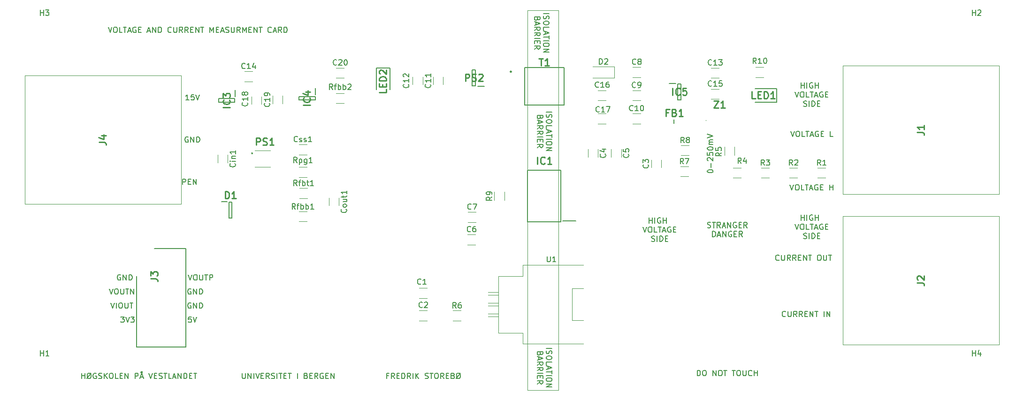
<source format=gto>
%TF.GenerationSoftware,KiCad,Pcbnew,(5.1.8)-1*%
%TF.CreationDate,2021-03-15T08:23:40+01:00*%
%TF.ProjectId,MeasCard,4d656173-4361-4726-942e-6b696361645f,rev?*%
%TF.SameCoordinates,Original*%
%TF.FileFunction,Legend,Top*%
%TF.FilePolarity,Positive*%
%FSLAX46Y46*%
G04 Gerber Fmt 4.6, Leading zero omitted, Abs format (unit mm)*
G04 Created by KiCad (PCBNEW (5.1.8)-1) date 2021-03-15 08:23:40*
%MOMM*%
%LPD*%
G01*
G04 APERTURE LIST*
%ADD10C,0.150000*%
%ADD11C,0.120000*%
%ADD12C,0.200000*%
%ADD13C,0.100000*%
%ADD14C,0.254000*%
G04 APERTURE END LIST*
D10*
X62549523Y-55840380D02*
X62882857Y-56840380D01*
X63216190Y-55840380D01*
X63740000Y-55840380D02*
X63930476Y-55840380D01*
X64025714Y-55888000D01*
X64120952Y-55983238D01*
X64168571Y-56173714D01*
X64168571Y-56507047D01*
X64120952Y-56697523D01*
X64025714Y-56792761D01*
X63930476Y-56840380D01*
X63740000Y-56840380D01*
X63644761Y-56792761D01*
X63549523Y-56697523D01*
X63501904Y-56507047D01*
X63501904Y-56173714D01*
X63549523Y-55983238D01*
X63644761Y-55888000D01*
X63740000Y-55840380D01*
X65073333Y-56840380D02*
X64597142Y-56840380D01*
X64597142Y-55840380D01*
X65263809Y-55840380D02*
X65835238Y-55840380D01*
X65549523Y-56840380D02*
X65549523Y-55840380D01*
X66120952Y-56554666D02*
X66597142Y-56554666D01*
X66025714Y-56840380D02*
X66359047Y-55840380D01*
X66692380Y-56840380D01*
X67549523Y-55888000D02*
X67454285Y-55840380D01*
X67311428Y-55840380D01*
X67168571Y-55888000D01*
X67073333Y-55983238D01*
X67025714Y-56078476D01*
X66978095Y-56268952D01*
X66978095Y-56411809D01*
X67025714Y-56602285D01*
X67073333Y-56697523D01*
X67168571Y-56792761D01*
X67311428Y-56840380D01*
X67406666Y-56840380D01*
X67549523Y-56792761D01*
X67597142Y-56745142D01*
X67597142Y-56411809D01*
X67406666Y-56411809D01*
X68025714Y-56316571D02*
X68359047Y-56316571D01*
X68501904Y-56840380D02*
X68025714Y-56840380D01*
X68025714Y-55840380D01*
X68501904Y-55840380D01*
X69644761Y-56554666D02*
X70120952Y-56554666D01*
X69549523Y-56840380D02*
X69882857Y-55840380D01*
X70216190Y-56840380D01*
X70549523Y-56840380D02*
X70549523Y-55840380D01*
X71120952Y-56840380D01*
X71120952Y-55840380D01*
X71597142Y-56840380D02*
X71597142Y-55840380D01*
X71835238Y-55840380D01*
X71978095Y-55888000D01*
X72073333Y-55983238D01*
X72120952Y-56078476D01*
X72168571Y-56268952D01*
X72168571Y-56411809D01*
X72120952Y-56602285D01*
X72073333Y-56697523D01*
X71978095Y-56792761D01*
X71835238Y-56840380D01*
X71597142Y-56840380D01*
X73930476Y-56745142D02*
X73882857Y-56792761D01*
X73740000Y-56840380D01*
X73644761Y-56840380D01*
X73501904Y-56792761D01*
X73406666Y-56697523D01*
X73359047Y-56602285D01*
X73311428Y-56411809D01*
X73311428Y-56268952D01*
X73359047Y-56078476D01*
X73406666Y-55983238D01*
X73501904Y-55888000D01*
X73644761Y-55840380D01*
X73740000Y-55840380D01*
X73882857Y-55888000D01*
X73930476Y-55935619D01*
X74359047Y-55840380D02*
X74359047Y-56649904D01*
X74406666Y-56745142D01*
X74454285Y-56792761D01*
X74549523Y-56840380D01*
X74740000Y-56840380D01*
X74835238Y-56792761D01*
X74882857Y-56745142D01*
X74930476Y-56649904D01*
X74930476Y-55840380D01*
X75978095Y-56840380D02*
X75644761Y-56364190D01*
X75406666Y-56840380D02*
X75406666Y-55840380D01*
X75787619Y-55840380D01*
X75882857Y-55888000D01*
X75930476Y-55935619D01*
X75978095Y-56030857D01*
X75978095Y-56173714D01*
X75930476Y-56268952D01*
X75882857Y-56316571D01*
X75787619Y-56364190D01*
X75406666Y-56364190D01*
X76978095Y-56840380D02*
X76644761Y-56364190D01*
X76406666Y-56840380D02*
X76406666Y-55840380D01*
X76787619Y-55840380D01*
X76882857Y-55888000D01*
X76930476Y-55935619D01*
X76978095Y-56030857D01*
X76978095Y-56173714D01*
X76930476Y-56268952D01*
X76882857Y-56316571D01*
X76787619Y-56364190D01*
X76406666Y-56364190D01*
X77406666Y-56316571D02*
X77740000Y-56316571D01*
X77882857Y-56840380D02*
X77406666Y-56840380D01*
X77406666Y-55840380D01*
X77882857Y-55840380D01*
X78311428Y-56840380D02*
X78311428Y-55840380D01*
X78882857Y-56840380D01*
X78882857Y-55840380D01*
X79216190Y-55840380D02*
X79787619Y-55840380D01*
X79501904Y-56840380D02*
X79501904Y-55840380D01*
X80882857Y-56840380D02*
X80882857Y-55840380D01*
X81216190Y-56554666D01*
X81549523Y-55840380D01*
X81549523Y-56840380D01*
X82025714Y-56316571D02*
X82359047Y-56316571D01*
X82501904Y-56840380D02*
X82025714Y-56840380D01*
X82025714Y-55840380D01*
X82501904Y-55840380D01*
X82882857Y-56554666D02*
X83359047Y-56554666D01*
X82787619Y-56840380D02*
X83120952Y-55840380D01*
X83454285Y-56840380D01*
X83740000Y-56792761D02*
X83882857Y-56840380D01*
X84120952Y-56840380D01*
X84216190Y-56792761D01*
X84263809Y-56745142D01*
X84311428Y-56649904D01*
X84311428Y-56554666D01*
X84263809Y-56459428D01*
X84216190Y-56411809D01*
X84120952Y-56364190D01*
X83930476Y-56316571D01*
X83835238Y-56268952D01*
X83787619Y-56221333D01*
X83740000Y-56126095D01*
X83740000Y-56030857D01*
X83787619Y-55935619D01*
X83835238Y-55888000D01*
X83930476Y-55840380D01*
X84168571Y-55840380D01*
X84311428Y-55888000D01*
X84740000Y-55840380D02*
X84740000Y-56649904D01*
X84787619Y-56745142D01*
X84835238Y-56792761D01*
X84930476Y-56840380D01*
X85120952Y-56840380D01*
X85216190Y-56792761D01*
X85263809Y-56745142D01*
X85311428Y-56649904D01*
X85311428Y-55840380D01*
X86359047Y-56840380D02*
X86025714Y-56364190D01*
X85787619Y-56840380D02*
X85787619Y-55840380D01*
X86168571Y-55840380D01*
X86263809Y-55888000D01*
X86311428Y-55935619D01*
X86359047Y-56030857D01*
X86359047Y-56173714D01*
X86311428Y-56268952D01*
X86263809Y-56316571D01*
X86168571Y-56364190D01*
X85787619Y-56364190D01*
X86787619Y-56840380D02*
X86787619Y-55840380D01*
X87120952Y-56554666D01*
X87454285Y-55840380D01*
X87454285Y-56840380D01*
X87930476Y-56316571D02*
X88263809Y-56316571D01*
X88406666Y-56840380D02*
X87930476Y-56840380D01*
X87930476Y-55840380D01*
X88406666Y-55840380D01*
X88835238Y-56840380D02*
X88835238Y-55840380D01*
X89406666Y-56840380D01*
X89406666Y-55840380D01*
X89740000Y-55840380D02*
X90311428Y-55840380D01*
X90025714Y-56840380D02*
X90025714Y-55840380D01*
X91978095Y-56745142D02*
X91930476Y-56792761D01*
X91787619Y-56840380D01*
X91692380Y-56840380D01*
X91549523Y-56792761D01*
X91454285Y-56697523D01*
X91406666Y-56602285D01*
X91359047Y-56411809D01*
X91359047Y-56268952D01*
X91406666Y-56078476D01*
X91454285Y-55983238D01*
X91549523Y-55888000D01*
X91692380Y-55840380D01*
X91787619Y-55840380D01*
X91930476Y-55888000D01*
X91978095Y-55935619D01*
X92359047Y-56554666D02*
X92835238Y-56554666D01*
X92263809Y-56840380D02*
X92597142Y-55840380D01*
X92930476Y-56840380D01*
X93835238Y-56840380D02*
X93501904Y-56364190D01*
X93263809Y-56840380D02*
X93263809Y-55840380D01*
X93644761Y-55840380D01*
X93740000Y-55888000D01*
X93787619Y-55935619D01*
X93835238Y-56030857D01*
X93835238Y-56173714D01*
X93787619Y-56268952D01*
X93740000Y-56316571D01*
X93644761Y-56364190D01*
X93263809Y-56364190D01*
X94263809Y-56840380D02*
X94263809Y-55840380D01*
X94501904Y-55840380D01*
X94644761Y-55888000D01*
X94740000Y-55983238D01*
X94787619Y-56078476D01*
X94835238Y-56268952D01*
X94835238Y-56411809D01*
X94787619Y-56602285D01*
X94740000Y-56697523D01*
X94644761Y-56792761D01*
X94501904Y-56840380D01*
X94263809Y-56840380D01*
X168815428Y-118816380D02*
X168815428Y-117816380D01*
X169053523Y-117816380D01*
X169196380Y-117864000D01*
X169291619Y-117959238D01*
X169339238Y-118054476D01*
X169386857Y-118244952D01*
X169386857Y-118387809D01*
X169339238Y-118578285D01*
X169291619Y-118673523D01*
X169196380Y-118768761D01*
X169053523Y-118816380D01*
X168815428Y-118816380D01*
X170005904Y-117816380D02*
X170196380Y-117816380D01*
X170291619Y-117864000D01*
X170386857Y-117959238D01*
X170434476Y-118149714D01*
X170434476Y-118483047D01*
X170386857Y-118673523D01*
X170291619Y-118768761D01*
X170196380Y-118816380D01*
X170005904Y-118816380D01*
X169910666Y-118768761D01*
X169815428Y-118673523D01*
X169767809Y-118483047D01*
X169767809Y-118149714D01*
X169815428Y-117959238D01*
X169910666Y-117864000D01*
X170005904Y-117816380D01*
X171624952Y-118816380D02*
X171624952Y-117816380D01*
X172196380Y-118816380D01*
X172196380Y-117816380D01*
X172863047Y-117816380D02*
X173053523Y-117816380D01*
X173148761Y-117864000D01*
X173244000Y-117959238D01*
X173291619Y-118149714D01*
X173291619Y-118483047D01*
X173244000Y-118673523D01*
X173148761Y-118768761D01*
X173053523Y-118816380D01*
X172863047Y-118816380D01*
X172767809Y-118768761D01*
X172672571Y-118673523D01*
X172624952Y-118483047D01*
X172624952Y-118149714D01*
X172672571Y-117959238D01*
X172767809Y-117864000D01*
X172863047Y-117816380D01*
X173577333Y-117816380D02*
X174148761Y-117816380D01*
X173863047Y-118816380D02*
X173863047Y-117816380D01*
X175101142Y-117816380D02*
X175672571Y-117816380D01*
X175386857Y-118816380D02*
X175386857Y-117816380D01*
X176196380Y-117816380D02*
X176386857Y-117816380D01*
X176482095Y-117864000D01*
X176577333Y-117959238D01*
X176624952Y-118149714D01*
X176624952Y-118483047D01*
X176577333Y-118673523D01*
X176482095Y-118768761D01*
X176386857Y-118816380D01*
X176196380Y-118816380D01*
X176101142Y-118768761D01*
X176005904Y-118673523D01*
X175958285Y-118483047D01*
X175958285Y-118149714D01*
X176005904Y-117959238D01*
X176101142Y-117864000D01*
X176196380Y-117816380D01*
X177053523Y-117816380D02*
X177053523Y-118625904D01*
X177101142Y-118721142D01*
X177148761Y-118768761D01*
X177244000Y-118816380D01*
X177434476Y-118816380D01*
X177529714Y-118768761D01*
X177577333Y-118721142D01*
X177624952Y-118625904D01*
X177624952Y-117816380D01*
X178672571Y-118721142D02*
X178624952Y-118768761D01*
X178482095Y-118816380D01*
X178386857Y-118816380D01*
X178244000Y-118768761D01*
X178148761Y-118673523D01*
X178101142Y-118578285D01*
X178053523Y-118387809D01*
X178053523Y-118244952D01*
X178101142Y-118054476D01*
X178148761Y-117959238D01*
X178244000Y-117864000D01*
X178386857Y-117816380D01*
X178482095Y-117816380D01*
X178624952Y-117864000D01*
X178672571Y-117911619D01*
X179101142Y-118816380D02*
X179101142Y-117816380D01*
X179101142Y-118292571D02*
X179672571Y-118292571D01*
X179672571Y-118816380D02*
X179672571Y-117816380D01*
X113094285Y-118800571D02*
X112760952Y-118800571D01*
X112760952Y-119324380D02*
X112760952Y-118324380D01*
X113237142Y-118324380D01*
X114189523Y-119324380D02*
X113856190Y-118848190D01*
X113618095Y-119324380D02*
X113618095Y-118324380D01*
X113999047Y-118324380D01*
X114094285Y-118372000D01*
X114141904Y-118419619D01*
X114189523Y-118514857D01*
X114189523Y-118657714D01*
X114141904Y-118752952D01*
X114094285Y-118800571D01*
X113999047Y-118848190D01*
X113618095Y-118848190D01*
X114618095Y-118800571D02*
X114951428Y-118800571D01*
X115094285Y-119324380D02*
X114618095Y-119324380D01*
X114618095Y-118324380D01*
X115094285Y-118324380D01*
X115522857Y-119324380D02*
X115522857Y-118324380D01*
X115760952Y-118324380D01*
X115903809Y-118372000D01*
X115999047Y-118467238D01*
X116046666Y-118562476D01*
X116094285Y-118752952D01*
X116094285Y-118895809D01*
X116046666Y-119086285D01*
X115999047Y-119181523D01*
X115903809Y-119276761D01*
X115760952Y-119324380D01*
X115522857Y-119324380D01*
X117094285Y-119324380D02*
X116760952Y-118848190D01*
X116522857Y-119324380D02*
X116522857Y-118324380D01*
X116903809Y-118324380D01*
X116999047Y-118372000D01*
X117046666Y-118419619D01*
X117094285Y-118514857D01*
X117094285Y-118657714D01*
X117046666Y-118752952D01*
X116999047Y-118800571D01*
X116903809Y-118848190D01*
X116522857Y-118848190D01*
X117522857Y-119324380D02*
X117522857Y-118324380D01*
X117999047Y-119324380D02*
X117999047Y-118324380D01*
X118570476Y-119324380D02*
X118141904Y-118752952D01*
X118570476Y-118324380D02*
X117999047Y-118895809D01*
X119713333Y-119276761D02*
X119856190Y-119324380D01*
X120094285Y-119324380D01*
X120189523Y-119276761D01*
X120237142Y-119229142D01*
X120284761Y-119133904D01*
X120284761Y-119038666D01*
X120237142Y-118943428D01*
X120189523Y-118895809D01*
X120094285Y-118848190D01*
X119903809Y-118800571D01*
X119808571Y-118752952D01*
X119760952Y-118705333D01*
X119713333Y-118610095D01*
X119713333Y-118514857D01*
X119760952Y-118419619D01*
X119808571Y-118372000D01*
X119903809Y-118324380D01*
X120141904Y-118324380D01*
X120284761Y-118372000D01*
X120570476Y-118324380D02*
X121141904Y-118324380D01*
X120856190Y-119324380D02*
X120856190Y-118324380D01*
X121665714Y-118324380D02*
X121856190Y-118324380D01*
X121951428Y-118372000D01*
X122046666Y-118467238D01*
X122094285Y-118657714D01*
X122094285Y-118991047D01*
X122046666Y-119181523D01*
X121951428Y-119276761D01*
X121856190Y-119324380D01*
X121665714Y-119324380D01*
X121570476Y-119276761D01*
X121475238Y-119181523D01*
X121427619Y-118991047D01*
X121427619Y-118657714D01*
X121475238Y-118467238D01*
X121570476Y-118372000D01*
X121665714Y-118324380D01*
X123094285Y-119324380D02*
X122760952Y-118848190D01*
X122522857Y-119324380D02*
X122522857Y-118324380D01*
X122903809Y-118324380D01*
X122999047Y-118372000D01*
X123046666Y-118419619D01*
X123094285Y-118514857D01*
X123094285Y-118657714D01*
X123046666Y-118752952D01*
X122999047Y-118800571D01*
X122903809Y-118848190D01*
X122522857Y-118848190D01*
X123522857Y-118800571D02*
X123856190Y-118800571D01*
X123999047Y-119324380D02*
X123522857Y-119324380D01*
X123522857Y-118324380D01*
X123999047Y-118324380D01*
X124760952Y-118800571D02*
X124903809Y-118848190D01*
X124951428Y-118895809D01*
X124999047Y-118991047D01*
X124999047Y-119133904D01*
X124951428Y-119229142D01*
X124903809Y-119276761D01*
X124808571Y-119324380D01*
X124427619Y-119324380D01*
X124427619Y-118324380D01*
X124760952Y-118324380D01*
X124856190Y-118372000D01*
X124903809Y-118419619D01*
X124951428Y-118514857D01*
X124951428Y-118610095D01*
X124903809Y-118705333D01*
X124856190Y-118752952D01*
X124760952Y-118800571D01*
X124427619Y-118800571D01*
X126094285Y-118324380D02*
X125332380Y-119324380D01*
X125618095Y-119324380D02*
X125522857Y-119276761D01*
X125427619Y-119181523D01*
X125380000Y-118991047D01*
X125380000Y-118657714D01*
X125427619Y-118467238D01*
X125522857Y-118372000D01*
X125618095Y-118324380D01*
X125808571Y-118324380D01*
X125903809Y-118372000D01*
X125999047Y-118467238D01*
X126046666Y-118657714D01*
X126046666Y-118991047D01*
X125999047Y-119181523D01*
X125903809Y-119276761D01*
X125808571Y-119324380D01*
X125618095Y-119324380D01*
X86710285Y-118324380D02*
X86710285Y-119133904D01*
X86757904Y-119229142D01*
X86805523Y-119276761D01*
X86900761Y-119324380D01*
X87091238Y-119324380D01*
X87186476Y-119276761D01*
X87234095Y-119229142D01*
X87281714Y-119133904D01*
X87281714Y-118324380D01*
X87757904Y-119324380D02*
X87757904Y-118324380D01*
X88329333Y-119324380D01*
X88329333Y-118324380D01*
X88805523Y-119324380D02*
X88805523Y-118324380D01*
X89138857Y-118324380D02*
X89472190Y-119324380D01*
X89805523Y-118324380D01*
X90138857Y-118800571D02*
X90472190Y-118800571D01*
X90615047Y-119324380D02*
X90138857Y-119324380D01*
X90138857Y-118324380D01*
X90615047Y-118324380D01*
X91615047Y-119324380D02*
X91281714Y-118848190D01*
X91043619Y-119324380D02*
X91043619Y-118324380D01*
X91424571Y-118324380D01*
X91519809Y-118372000D01*
X91567428Y-118419619D01*
X91615047Y-118514857D01*
X91615047Y-118657714D01*
X91567428Y-118752952D01*
X91519809Y-118800571D01*
X91424571Y-118848190D01*
X91043619Y-118848190D01*
X91996000Y-119276761D02*
X92138857Y-119324380D01*
X92376952Y-119324380D01*
X92472190Y-119276761D01*
X92519809Y-119229142D01*
X92567428Y-119133904D01*
X92567428Y-119038666D01*
X92519809Y-118943428D01*
X92472190Y-118895809D01*
X92376952Y-118848190D01*
X92186476Y-118800571D01*
X92091238Y-118752952D01*
X92043619Y-118705333D01*
X91996000Y-118610095D01*
X91996000Y-118514857D01*
X92043619Y-118419619D01*
X92091238Y-118372000D01*
X92186476Y-118324380D01*
X92424571Y-118324380D01*
X92567428Y-118372000D01*
X92996000Y-119324380D02*
X92996000Y-118324380D01*
X93329333Y-118324380D02*
X93900761Y-118324380D01*
X93615047Y-119324380D02*
X93615047Y-118324380D01*
X94234095Y-118800571D02*
X94567428Y-118800571D01*
X94710285Y-119324380D02*
X94234095Y-119324380D01*
X94234095Y-118324380D01*
X94710285Y-118324380D01*
X94996000Y-118324380D02*
X95567428Y-118324380D01*
X95281714Y-119324380D02*
X95281714Y-118324380D01*
X96662666Y-119324380D02*
X96662666Y-118324380D01*
X98234095Y-118800571D02*
X98376952Y-118848190D01*
X98424571Y-118895809D01*
X98472190Y-118991047D01*
X98472190Y-119133904D01*
X98424571Y-119229142D01*
X98376952Y-119276761D01*
X98281714Y-119324380D01*
X97900761Y-119324380D01*
X97900761Y-118324380D01*
X98234095Y-118324380D01*
X98329333Y-118372000D01*
X98376952Y-118419619D01*
X98424571Y-118514857D01*
X98424571Y-118610095D01*
X98376952Y-118705333D01*
X98329333Y-118752952D01*
X98234095Y-118800571D01*
X97900761Y-118800571D01*
X98900761Y-118800571D02*
X99234095Y-118800571D01*
X99376952Y-119324380D02*
X98900761Y-119324380D01*
X98900761Y-118324380D01*
X99376952Y-118324380D01*
X100376952Y-119324380D02*
X100043619Y-118848190D01*
X99805523Y-119324380D02*
X99805523Y-118324380D01*
X100186476Y-118324380D01*
X100281714Y-118372000D01*
X100329333Y-118419619D01*
X100376952Y-118514857D01*
X100376952Y-118657714D01*
X100329333Y-118752952D01*
X100281714Y-118800571D01*
X100186476Y-118848190D01*
X99805523Y-118848190D01*
X101329333Y-118372000D02*
X101234095Y-118324380D01*
X101091238Y-118324380D01*
X100948380Y-118372000D01*
X100853142Y-118467238D01*
X100805523Y-118562476D01*
X100757904Y-118752952D01*
X100757904Y-118895809D01*
X100805523Y-119086285D01*
X100853142Y-119181523D01*
X100948380Y-119276761D01*
X101091238Y-119324380D01*
X101186476Y-119324380D01*
X101329333Y-119276761D01*
X101376952Y-119229142D01*
X101376952Y-118895809D01*
X101186476Y-118895809D01*
X101805523Y-118800571D02*
X102138857Y-118800571D01*
X102281714Y-119324380D02*
X101805523Y-119324380D01*
X101805523Y-118324380D01*
X102281714Y-118324380D01*
X102710285Y-119324380D02*
X102710285Y-118324380D01*
X103281714Y-119324380D01*
X103281714Y-118324380D01*
X57762476Y-119324380D02*
X57762476Y-118324380D01*
X57762476Y-118800571D02*
X58333904Y-118800571D01*
X58333904Y-119324380D02*
X58333904Y-118324380D01*
X59476761Y-118324380D02*
X58714857Y-119324380D01*
X59000571Y-119324380D02*
X58905333Y-119276761D01*
X58810095Y-119181523D01*
X58762476Y-118991047D01*
X58762476Y-118657714D01*
X58810095Y-118467238D01*
X58905333Y-118372000D01*
X59000571Y-118324380D01*
X59191047Y-118324380D01*
X59286285Y-118372000D01*
X59381523Y-118467238D01*
X59429142Y-118657714D01*
X59429142Y-118991047D01*
X59381523Y-119181523D01*
X59286285Y-119276761D01*
X59191047Y-119324380D01*
X59000571Y-119324380D01*
X60381523Y-118372000D02*
X60286285Y-118324380D01*
X60143428Y-118324380D01*
X60000571Y-118372000D01*
X59905333Y-118467238D01*
X59857714Y-118562476D01*
X59810095Y-118752952D01*
X59810095Y-118895809D01*
X59857714Y-119086285D01*
X59905333Y-119181523D01*
X60000571Y-119276761D01*
X60143428Y-119324380D01*
X60238666Y-119324380D01*
X60381523Y-119276761D01*
X60429142Y-119229142D01*
X60429142Y-118895809D01*
X60238666Y-118895809D01*
X60810095Y-119276761D02*
X60952952Y-119324380D01*
X61191047Y-119324380D01*
X61286285Y-119276761D01*
X61333904Y-119229142D01*
X61381523Y-119133904D01*
X61381523Y-119038666D01*
X61333904Y-118943428D01*
X61286285Y-118895809D01*
X61191047Y-118848190D01*
X61000571Y-118800571D01*
X60905333Y-118752952D01*
X60857714Y-118705333D01*
X60810095Y-118610095D01*
X60810095Y-118514857D01*
X60857714Y-118419619D01*
X60905333Y-118372000D01*
X61000571Y-118324380D01*
X61238666Y-118324380D01*
X61381523Y-118372000D01*
X61810095Y-119324380D02*
X61810095Y-118324380D01*
X62381523Y-119324380D02*
X61952952Y-118752952D01*
X62381523Y-118324380D02*
X61810095Y-118895809D01*
X63000571Y-118324380D02*
X63191047Y-118324380D01*
X63286285Y-118372000D01*
X63381523Y-118467238D01*
X63429142Y-118657714D01*
X63429142Y-118991047D01*
X63381523Y-119181523D01*
X63286285Y-119276761D01*
X63191047Y-119324380D01*
X63000571Y-119324380D01*
X62905333Y-119276761D01*
X62810095Y-119181523D01*
X62762476Y-118991047D01*
X62762476Y-118657714D01*
X62810095Y-118467238D01*
X62905333Y-118372000D01*
X63000571Y-118324380D01*
X64333904Y-119324380D02*
X63857714Y-119324380D01*
X63857714Y-118324380D01*
X64667238Y-118800571D02*
X65000571Y-118800571D01*
X65143428Y-119324380D02*
X64667238Y-119324380D01*
X64667238Y-118324380D01*
X65143428Y-118324380D01*
X65572000Y-119324380D02*
X65572000Y-118324380D01*
X66143428Y-119324380D01*
X66143428Y-118324380D01*
X67381523Y-119324380D02*
X67381523Y-118324380D01*
X67762476Y-118324380D01*
X67857714Y-118372000D01*
X67905333Y-118419619D01*
X67952952Y-118514857D01*
X67952952Y-118657714D01*
X67905333Y-118752952D01*
X67857714Y-118800571D01*
X67762476Y-118848190D01*
X67381523Y-118848190D01*
X68333904Y-119038666D02*
X68810095Y-119038666D01*
X68238666Y-119324380D02*
X68572000Y-118324380D01*
X68905333Y-119324380D01*
X68572000Y-118324380D02*
X68476761Y-118276761D01*
X68429142Y-118181523D01*
X68476761Y-118086285D01*
X68572000Y-118038666D01*
X68667238Y-118086285D01*
X68714857Y-118181523D01*
X68667238Y-118276761D01*
X68572000Y-118324380D01*
X69857714Y-118324380D02*
X70191047Y-119324380D01*
X70524380Y-118324380D01*
X70857714Y-118800571D02*
X71191047Y-118800571D01*
X71333904Y-119324380D02*
X70857714Y-119324380D01*
X70857714Y-118324380D01*
X71333904Y-118324380D01*
X71714857Y-119276761D02*
X71857714Y-119324380D01*
X72095809Y-119324380D01*
X72191047Y-119276761D01*
X72238666Y-119229142D01*
X72286285Y-119133904D01*
X72286285Y-119038666D01*
X72238666Y-118943428D01*
X72191047Y-118895809D01*
X72095809Y-118848190D01*
X71905333Y-118800571D01*
X71810095Y-118752952D01*
X71762476Y-118705333D01*
X71714857Y-118610095D01*
X71714857Y-118514857D01*
X71762476Y-118419619D01*
X71810095Y-118372000D01*
X71905333Y-118324380D01*
X72143428Y-118324380D01*
X72286285Y-118372000D01*
X72572000Y-118324380D02*
X73143428Y-118324380D01*
X72857714Y-119324380D02*
X72857714Y-118324380D01*
X73952952Y-119324380D02*
X73476761Y-119324380D01*
X73476761Y-118324380D01*
X74238666Y-119038666D02*
X74714857Y-119038666D01*
X74143428Y-119324380D02*
X74476761Y-118324380D01*
X74810095Y-119324380D01*
X75143428Y-119324380D02*
X75143428Y-118324380D01*
X75714857Y-119324380D01*
X75714857Y-118324380D01*
X76191047Y-119324380D02*
X76191047Y-118324380D01*
X76429142Y-118324380D01*
X76572000Y-118372000D01*
X76667238Y-118467238D01*
X76714857Y-118562476D01*
X76762476Y-118752952D01*
X76762476Y-118895809D01*
X76714857Y-119086285D01*
X76667238Y-119181523D01*
X76572000Y-119276761D01*
X76429142Y-119324380D01*
X76191047Y-119324380D01*
X77191047Y-118800571D02*
X77524380Y-118800571D01*
X77667238Y-119324380D02*
X77191047Y-119324380D01*
X77191047Y-118324380D01*
X77667238Y-118324380D01*
X77952952Y-118324380D02*
X78524380Y-118324380D01*
X78238666Y-119324380D02*
X78238666Y-118324380D01*
X187555428Y-90750380D02*
X187555428Y-89750380D01*
X187555428Y-90226571D02*
X188126857Y-90226571D01*
X188126857Y-90750380D02*
X188126857Y-89750380D01*
X188603047Y-90750380D02*
X188603047Y-89750380D01*
X189603047Y-89798000D02*
X189507809Y-89750380D01*
X189364952Y-89750380D01*
X189222095Y-89798000D01*
X189126857Y-89893238D01*
X189079238Y-89988476D01*
X189031619Y-90178952D01*
X189031619Y-90321809D01*
X189079238Y-90512285D01*
X189126857Y-90607523D01*
X189222095Y-90702761D01*
X189364952Y-90750380D01*
X189460190Y-90750380D01*
X189603047Y-90702761D01*
X189650666Y-90655142D01*
X189650666Y-90321809D01*
X189460190Y-90321809D01*
X190079238Y-90750380D02*
X190079238Y-89750380D01*
X190079238Y-90226571D02*
X190650666Y-90226571D01*
X190650666Y-90750380D02*
X190650666Y-89750380D01*
X186460190Y-91400380D02*
X186793523Y-92400380D01*
X187126857Y-91400380D01*
X187650666Y-91400380D02*
X187841142Y-91400380D01*
X187936380Y-91448000D01*
X188031619Y-91543238D01*
X188079238Y-91733714D01*
X188079238Y-92067047D01*
X188031619Y-92257523D01*
X187936380Y-92352761D01*
X187841142Y-92400380D01*
X187650666Y-92400380D01*
X187555428Y-92352761D01*
X187460190Y-92257523D01*
X187412571Y-92067047D01*
X187412571Y-91733714D01*
X187460190Y-91543238D01*
X187555428Y-91448000D01*
X187650666Y-91400380D01*
X188984000Y-92400380D02*
X188507809Y-92400380D01*
X188507809Y-91400380D01*
X189174476Y-91400380D02*
X189745904Y-91400380D01*
X189460190Y-92400380D02*
X189460190Y-91400380D01*
X190031619Y-92114666D02*
X190507809Y-92114666D01*
X189936380Y-92400380D02*
X190269714Y-91400380D01*
X190603047Y-92400380D01*
X191460190Y-91448000D02*
X191364952Y-91400380D01*
X191222095Y-91400380D01*
X191079238Y-91448000D01*
X190984000Y-91543238D01*
X190936380Y-91638476D01*
X190888761Y-91828952D01*
X190888761Y-91971809D01*
X190936380Y-92162285D01*
X190984000Y-92257523D01*
X191079238Y-92352761D01*
X191222095Y-92400380D01*
X191317333Y-92400380D01*
X191460190Y-92352761D01*
X191507809Y-92305142D01*
X191507809Y-91971809D01*
X191317333Y-91971809D01*
X191936380Y-91876571D02*
X192269714Y-91876571D01*
X192412571Y-92400380D02*
X191936380Y-92400380D01*
X191936380Y-91400380D01*
X192412571Y-91400380D01*
X188007809Y-94002761D02*
X188150666Y-94050380D01*
X188388761Y-94050380D01*
X188484000Y-94002761D01*
X188531619Y-93955142D01*
X188579238Y-93859904D01*
X188579238Y-93764666D01*
X188531619Y-93669428D01*
X188484000Y-93621809D01*
X188388761Y-93574190D01*
X188198285Y-93526571D01*
X188103047Y-93478952D01*
X188055428Y-93431333D01*
X188007809Y-93336095D01*
X188007809Y-93240857D01*
X188055428Y-93145619D01*
X188103047Y-93098000D01*
X188198285Y-93050380D01*
X188436380Y-93050380D01*
X188579238Y-93098000D01*
X189007809Y-94050380D02*
X189007809Y-93050380D01*
X189484000Y-94050380D02*
X189484000Y-93050380D01*
X189722095Y-93050380D01*
X189864952Y-93098000D01*
X189960190Y-93193238D01*
X190007809Y-93288476D01*
X190055428Y-93478952D01*
X190055428Y-93621809D01*
X190007809Y-93812285D01*
X189960190Y-93907523D01*
X189864952Y-94002761D01*
X189722095Y-94050380D01*
X189484000Y-94050380D01*
X190484000Y-93526571D02*
X190817333Y-93526571D01*
X190960190Y-94050380D02*
X190484000Y-94050380D01*
X190484000Y-93050380D01*
X190960190Y-93050380D01*
X170672571Y-92035761D02*
X170815428Y-92083380D01*
X171053523Y-92083380D01*
X171148761Y-92035761D01*
X171196380Y-91988142D01*
X171244000Y-91892904D01*
X171244000Y-91797666D01*
X171196380Y-91702428D01*
X171148761Y-91654809D01*
X171053523Y-91607190D01*
X170863047Y-91559571D01*
X170767809Y-91511952D01*
X170720190Y-91464333D01*
X170672571Y-91369095D01*
X170672571Y-91273857D01*
X170720190Y-91178619D01*
X170767809Y-91131000D01*
X170863047Y-91083380D01*
X171101142Y-91083380D01*
X171244000Y-91131000D01*
X171529714Y-91083380D02*
X172101142Y-91083380D01*
X171815428Y-92083380D02*
X171815428Y-91083380D01*
X173005904Y-92083380D02*
X172672571Y-91607190D01*
X172434476Y-92083380D02*
X172434476Y-91083380D01*
X172815428Y-91083380D01*
X172910666Y-91131000D01*
X172958285Y-91178619D01*
X173005904Y-91273857D01*
X173005904Y-91416714D01*
X172958285Y-91511952D01*
X172910666Y-91559571D01*
X172815428Y-91607190D01*
X172434476Y-91607190D01*
X173386857Y-91797666D02*
X173863047Y-91797666D01*
X173291619Y-92083380D02*
X173624952Y-91083380D01*
X173958285Y-92083380D01*
X174291619Y-92083380D02*
X174291619Y-91083380D01*
X174863047Y-92083380D01*
X174863047Y-91083380D01*
X175863047Y-91131000D02*
X175767809Y-91083380D01*
X175624952Y-91083380D01*
X175482095Y-91131000D01*
X175386857Y-91226238D01*
X175339238Y-91321476D01*
X175291619Y-91511952D01*
X175291619Y-91654809D01*
X175339238Y-91845285D01*
X175386857Y-91940523D01*
X175482095Y-92035761D01*
X175624952Y-92083380D01*
X175720190Y-92083380D01*
X175863047Y-92035761D01*
X175910666Y-91988142D01*
X175910666Y-91654809D01*
X175720190Y-91654809D01*
X176339238Y-91559571D02*
X176672571Y-91559571D01*
X176815428Y-92083380D02*
X176339238Y-92083380D01*
X176339238Y-91083380D01*
X176815428Y-91083380D01*
X177815428Y-92083380D02*
X177482095Y-91607190D01*
X177244000Y-92083380D02*
X177244000Y-91083380D01*
X177624952Y-91083380D01*
X177720190Y-91131000D01*
X177767809Y-91178619D01*
X177815428Y-91273857D01*
X177815428Y-91416714D01*
X177767809Y-91511952D01*
X177720190Y-91559571D01*
X177624952Y-91607190D01*
X177244000Y-91607190D01*
X171577333Y-93733380D02*
X171577333Y-92733380D01*
X171815428Y-92733380D01*
X171958285Y-92781000D01*
X172053523Y-92876238D01*
X172101142Y-92971476D01*
X172148761Y-93161952D01*
X172148761Y-93304809D01*
X172101142Y-93495285D01*
X172053523Y-93590523D01*
X171958285Y-93685761D01*
X171815428Y-93733380D01*
X171577333Y-93733380D01*
X172529714Y-93447666D02*
X173005904Y-93447666D01*
X172434476Y-93733380D02*
X172767809Y-92733380D01*
X173101142Y-93733380D01*
X173434476Y-93733380D02*
X173434476Y-92733380D01*
X174005904Y-93733380D01*
X174005904Y-92733380D01*
X175005904Y-92781000D02*
X174910666Y-92733380D01*
X174767809Y-92733380D01*
X174624952Y-92781000D01*
X174529714Y-92876238D01*
X174482095Y-92971476D01*
X174434476Y-93161952D01*
X174434476Y-93304809D01*
X174482095Y-93495285D01*
X174529714Y-93590523D01*
X174624952Y-93685761D01*
X174767809Y-93733380D01*
X174863047Y-93733380D01*
X175005904Y-93685761D01*
X175053523Y-93638142D01*
X175053523Y-93304809D01*
X174863047Y-93304809D01*
X175482095Y-93209571D02*
X175815428Y-93209571D01*
X175958285Y-93733380D02*
X175482095Y-93733380D01*
X175482095Y-92733380D01*
X175958285Y-92733380D01*
X176958285Y-93733380D02*
X176624952Y-93257190D01*
X176386857Y-93733380D02*
X176386857Y-92733380D01*
X176767809Y-92733380D01*
X176863047Y-92781000D01*
X176910666Y-92828619D01*
X176958285Y-92923857D01*
X176958285Y-93066714D01*
X176910666Y-93161952D01*
X176863047Y-93209571D01*
X176767809Y-93257190D01*
X176386857Y-93257190D01*
X187555428Y-66874380D02*
X187555428Y-65874380D01*
X187555428Y-66350571D02*
X188126857Y-66350571D01*
X188126857Y-66874380D02*
X188126857Y-65874380D01*
X188603047Y-66874380D02*
X188603047Y-65874380D01*
X189603047Y-65922000D02*
X189507809Y-65874380D01*
X189364952Y-65874380D01*
X189222095Y-65922000D01*
X189126857Y-66017238D01*
X189079238Y-66112476D01*
X189031619Y-66302952D01*
X189031619Y-66445809D01*
X189079238Y-66636285D01*
X189126857Y-66731523D01*
X189222095Y-66826761D01*
X189364952Y-66874380D01*
X189460190Y-66874380D01*
X189603047Y-66826761D01*
X189650666Y-66779142D01*
X189650666Y-66445809D01*
X189460190Y-66445809D01*
X190079238Y-66874380D02*
X190079238Y-65874380D01*
X190079238Y-66350571D02*
X190650666Y-66350571D01*
X190650666Y-66874380D02*
X190650666Y-65874380D01*
X186460190Y-67524380D02*
X186793523Y-68524380D01*
X187126857Y-67524380D01*
X187650666Y-67524380D02*
X187841142Y-67524380D01*
X187936380Y-67572000D01*
X188031619Y-67667238D01*
X188079238Y-67857714D01*
X188079238Y-68191047D01*
X188031619Y-68381523D01*
X187936380Y-68476761D01*
X187841142Y-68524380D01*
X187650666Y-68524380D01*
X187555428Y-68476761D01*
X187460190Y-68381523D01*
X187412571Y-68191047D01*
X187412571Y-67857714D01*
X187460190Y-67667238D01*
X187555428Y-67572000D01*
X187650666Y-67524380D01*
X188984000Y-68524380D02*
X188507809Y-68524380D01*
X188507809Y-67524380D01*
X189174476Y-67524380D02*
X189745904Y-67524380D01*
X189460190Y-68524380D02*
X189460190Y-67524380D01*
X190031619Y-68238666D02*
X190507809Y-68238666D01*
X189936380Y-68524380D02*
X190269714Y-67524380D01*
X190603047Y-68524380D01*
X191460190Y-67572000D02*
X191364952Y-67524380D01*
X191222095Y-67524380D01*
X191079238Y-67572000D01*
X190984000Y-67667238D01*
X190936380Y-67762476D01*
X190888761Y-67952952D01*
X190888761Y-68095809D01*
X190936380Y-68286285D01*
X190984000Y-68381523D01*
X191079238Y-68476761D01*
X191222095Y-68524380D01*
X191317333Y-68524380D01*
X191460190Y-68476761D01*
X191507809Y-68429142D01*
X191507809Y-68095809D01*
X191317333Y-68095809D01*
X191936380Y-68000571D02*
X192269714Y-68000571D01*
X192412571Y-68524380D02*
X191936380Y-68524380D01*
X191936380Y-67524380D01*
X192412571Y-67524380D01*
X188007809Y-70126761D02*
X188150666Y-70174380D01*
X188388761Y-70174380D01*
X188484000Y-70126761D01*
X188531619Y-70079142D01*
X188579238Y-69983904D01*
X188579238Y-69888666D01*
X188531619Y-69793428D01*
X188484000Y-69745809D01*
X188388761Y-69698190D01*
X188198285Y-69650571D01*
X188103047Y-69602952D01*
X188055428Y-69555333D01*
X188007809Y-69460095D01*
X188007809Y-69364857D01*
X188055428Y-69269619D01*
X188103047Y-69222000D01*
X188198285Y-69174380D01*
X188436380Y-69174380D01*
X188579238Y-69222000D01*
X189007809Y-70174380D02*
X189007809Y-69174380D01*
X189484000Y-70174380D02*
X189484000Y-69174380D01*
X189722095Y-69174380D01*
X189864952Y-69222000D01*
X189960190Y-69317238D01*
X190007809Y-69412476D01*
X190055428Y-69602952D01*
X190055428Y-69745809D01*
X190007809Y-69936285D01*
X189960190Y-70031523D01*
X189864952Y-70126761D01*
X189722095Y-70174380D01*
X189484000Y-70174380D01*
X190484000Y-69650571D02*
X190817333Y-69650571D01*
X190960190Y-70174380D02*
X190484000Y-70174380D01*
X190484000Y-69174380D01*
X190960190Y-69174380D01*
X160123428Y-91258380D02*
X160123428Y-90258380D01*
X160123428Y-90734571D02*
X160694857Y-90734571D01*
X160694857Y-91258380D02*
X160694857Y-90258380D01*
X161171047Y-91258380D02*
X161171047Y-90258380D01*
X162171047Y-90306000D02*
X162075809Y-90258380D01*
X161932952Y-90258380D01*
X161790095Y-90306000D01*
X161694857Y-90401238D01*
X161647238Y-90496476D01*
X161599619Y-90686952D01*
X161599619Y-90829809D01*
X161647238Y-91020285D01*
X161694857Y-91115523D01*
X161790095Y-91210761D01*
X161932952Y-91258380D01*
X162028190Y-91258380D01*
X162171047Y-91210761D01*
X162218666Y-91163142D01*
X162218666Y-90829809D01*
X162028190Y-90829809D01*
X162647238Y-91258380D02*
X162647238Y-90258380D01*
X162647238Y-90734571D02*
X163218666Y-90734571D01*
X163218666Y-91258380D02*
X163218666Y-90258380D01*
X159028190Y-91908380D02*
X159361523Y-92908380D01*
X159694857Y-91908380D01*
X160218666Y-91908380D02*
X160409142Y-91908380D01*
X160504380Y-91956000D01*
X160599619Y-92051238D01*
X160647238Y-92241714D01*
X160647238Y-92575047D01*
X160599619Y-92765523D01*
X160504380Y-92860761D01*
X160409142Y-92908380D01*
X160218666Y-92908380D01*
X160123428Y-92860761D01*
X160028190Y-92765523D01*
X159980571Y-92575047D01*
X159980571Y-92241714D01*
X160028190Y-92051238D01*
X160123428Y-91956000D01*
X160218666Y-91908380D01*
X161552000Y-92908380D02*
X161075809Y-92908380D01*
X161075809Y-91908380D01*
X161742476Y-91908380D02*
X162313904Y-91908380D01*
X162028190Y-92908380D02*
X162028190Y-91908380D01*
X162599619Y-92622666D02*
X163075809Y-92622666D01*
X162504380Y-92908380D02*
X162837714Y-91908380D01*
X163171047Y-92908380D01*
X164028190Y-91956000D02*
X163932952Y-91908380D01*
X163790095Y-91908380D01*
X163647238Y-91956000D01*
X163552000Y-92051238D01*
X163504380Y-92146476D01*
X163456761Y-92336952D01*
X163456761Y-92479809D01*
X163504380Y-92670285D01*
X163552000Y-92765523D01*
X163647238Y-92860761D01*
X163790095Y-92908380D01*
X163885333Y-92908380D01*
X164028190Y-92860761D01*
X164075809Y-92813142D01*
X164075809Y-92479809D01*
X163885333Y-92479809D01*
X164504380Y-92384571D02*
X164837714Y-92384571D01*
X164980571Y-92908380D02*
X164504380Y-92908380D01*
X164504380Y-91908380D01*
X164980571Y-91908380D01*
X160575809Y-94510761D02*
X160718666Y-94558380D01*
X160956761Y-94558380D01*
X161052000Y-94510761D01*
X161099619Y-94463142D01*
X161147238Y-94367904D01*
X161147238Y-94272666D01*
X161099619Y-94177428D01*
X161052000Y-94129809D01*
X160956761Y-94082190D01*
X160766285Y-94034571D01*
X160671047Y-93986952D01*
X160623428Y-93939333D01*
X160575809Y-93844095D01*
X160575809Y-93748857D01*
X160623428Y-93653619D01*
X160671047Y-93606000D01*
X160766285Y-93558380D01*
X161004380Y-93558380D01*
X161147238Y-93606000D01*
X161575809Y-94558380D02*
X161575809Y-93558380D01*
X162052000Y-94558380D02*
X162052000Y-93558380D01*
X162290095Y-93558380D01*
X162432952Y-93606000D01*
X162528190Y-93701238D01*
X162575809Y-93796476D01*
X162623428Y-93986952D01*
X162623428Y-94129809D01*
X162575809Y-94320285D01*
X162528190Y-94415523D01*
X162432952Y-94510761D01*
X162290095Y-94558380D01*
X162052000Y-94558380D01*
X163052000Y-94034571D02*
X163385333Y-94034571D01*
X163528190Y-94558380D02*
X163052000Y-94558380D01*
X163052000Y-93558380D01*
X163528190Y-93558380D01*
X75977904Y-84272380D02*
X75977904Y-83272380D01*
X76358857Y-83272380D01*
X76454095Y-83320000D01*
X76501714Y-83367619D01*
X76549333Y-83462857D01*
X76549333Y-83605714D01*
X76501714Y-83700952D01*
X76454095Y-83748571D01*
X76358857Y-83796190D01*
X75977904Y-83796190D01*
X76977904Y-83748571D02*
X77311238Y-83748571D01*
X77454095Y-84272380D02*
X76977904Y-84272380D01*
X76977904Y-83272380D01*
X77454095Y-83272380D01*
X77882666Y-84272380D02*
X77882666Y-83272380D01*
X78454095Y-84272380D01*
X78454095Y-83272380D01*
X76962095Y-75700000D02*
X76866857Y-75652380D01*
X76724000Y-75652380D01*
X76581142Y-75700000D01*
X76485904Y-75795238D01*
X76438285Y-75890476D01*
X76390666Y-76080952D01*
X76390666Y-76223809D01*
X76438285Y-76414285D01*
X76485904Y-76509523D01*
X76581142Y-76604761D01*
X76724000Y-76652380D01*
X76819238Y-76652380D01*
X76962095Y-76604761D01*
X77009714Y-76557142D01*
X77009714Y-76223809D01*
X76819238Y-76223809D01*
X77438285Y-76652380D02*
X77438285Y-75652380D01*
X78009714Y-76652380D01*
X78009714Y-75652380D01*
X78485904Y-76652380D02*
X78485904Y-75652380D01*
X78724000Y-75652380D01*
X78866857Y-75700000D01*
X78962095Y-75795238D01*
X79009714Y-75890476D01*
X79057333Y-76080952D01*
X79057333Y-76223809D01*
X79009714Y-76414285D01*
X78962095Y-76509523D01*
X78866857Y-76604761D01*
X78724000Y-76652380D01*
X78485904Y-76652380D01*
X77104952Y-69032380D02*
X76533523Y-69032380D01*
X76819238Y-69032380D02*
X76819238Y-68032380D01*
X76724000Y-68175238D01*
X76628761Y-68270476D01*
X76533523Y-68318095D01*
X78009714Y-68032380D02*
X77533523Y-68032380D01*
X77485904Y-68508571D01*
X77533523Y-68460952D01*
X77628761Y-68413333D01*
X77866857Y-68413333D01*
X77962095Y-68460952D01*
X78009714Y-68508571D01*
X78057333Y-68603809D01*
X78057333Y-68841904D01*
X78009714Y-68937142D01*
X77962095Y-68984761D01*
X77866857Y-69032380D01*
X77628761Y-69032380D01*
X77533523Y-68984761D01*
X77485904Y-68937142D01*
X78343047Y-68032380D02*
X78676380Y-69032380D01*
X79009714Y-68032380D01*
X64770095Y-100592000D02*
X64674857Y-100544380D01*
X64532000Y-100544380D01*
X64389142Y-100592000D01*
X64293904Y-100687238D01*
X64246285Y-100782476D01*
X64198666Y-100972952D01*
X64198666Y-101115809D01*
X64246285Y-101306285D01*
X64293904Y-101401523D01*
X64389142Y-101496761D01*
X64532000Y-101544380D01*
X64627238Y-101544380D01*
X64770095Y-101496761D01*
X64817714Y-101449142D01*
X64817714Y-101115809D01*
X64627238Y-101115809D01*
X65246285Y-101544380D02*
X65246285Y-100544380D01*
X65817714Y-101544380D01*
X65817714Y-100544380D01*
X66293904Y-101544380D02*
X66293904Y-100544380D01*
X66532000Y-100544380D01*
X66674857Y-100592000D01*
X66770095Y-100687238D01*
X66817714Y-100782476D01*
X66865333Y-100972952D01*
X66865333Y-101115809D01*
X66817714Y-101306285D01*
X66770095Y-101401523D01*
X66674857Y-101496761D01*
X66532000Y-101544380D01*
X66293904Y-101544380D01*
X63024000Y-105624380D02*
X63357333Y-106624380D01*
X63690666Y-105624380D01*
X64024000Y-106624380D02*
X64024000Y-105624380D01*
X64690666Y-105624380D02*
X64881142Y-105624380D01*
X64976380Y-105672000D01*
X65071619Y-105767238D01*
X65119238Y-105957714D01*
X65119238Y-106291047D01*
X65071619Y-106481523D01*
X64976380Y-106576761D01*
X64881142Y-106624380D01*
X64690666Y-106624380D01*
X64595428Y-106576761D01*
X64500190Y-106481523D01*
X64452571Y-106291047D01*
X64452571Y-105957714D01*
X64500190Y-105767238D01*
X64595428Y-105672000D01*
X64690666Y-105624380D01*
X65547809Y-105624380D02*
X65547809Y-106433904D01*
X65595428Y-106529142D01*
X65643047Y-106576761D01*
X65738285Y-106624380D01*
X65928761Y-106624380D01*
X66024000Y-106576761D01*
X66071619Y-106529142D01*
X66119238Y-106433904D01*
X66119238Y-105624380D01*
X66452571Y-105624380D02*
X67024000Y-105624380D01*
X66738285Y-106624380D02*
X66738285Y-105624380D01*
X77470095Y-103132000D02*
X77374857Y-103084380D01*
X77232000Y-103084380D01*
X77089142Y-103132000D01*
X76993904Y-103227238D01*
X76946285Y-103322476D01*
X76898666Y-103512952D01*
X76898666Y-103655809D01*
X76946285Y-103846285D01*
X76993904Y-103941523D01*
X77089142Y-104036761D01*
X77232000Y-104084380D01*
X77327238Y-104084380D01*
X77470095Y-104036761D01*
X77517714Y-103989142D01*
X77517714Y-103655809D01*
X77327238Y-103655809D01*
X77946285Y-104084380D02*
X77946285Y-103084380D01*
X78517714Y-104084380D01*
X78517714Y-103084380D01*
X78993904Y-104084380D02*
X78993904Y-103084380D01*
X79232000Y-103084380D01*
X79374857Y-103132000D01*
X79470095Y-103227238D01*
X79517714Y-103322476D01*
X79565333Y-103512952D01*
X79565333Y-103655809D01*
X79517714Y-103846285D01*
X79470095Y-103941523D01*
X79374857Y-104036761D01*
X79232000Y-104084380D01*
X78993904Y-104084380D01*
X77470095Y-105672000D02*
X77374857Y-105624380D01*
X77232000Y-105624380D01*
X77089142Y-105672000D01*
X76993904Y-105767238D01*
X76946285Y-105862476D01*
X76898666Y-106052952D01*
X76898666Y-106195809D01*
X76946285Y-106386285D01*
X76993904Y-106481523D01*
X77089142Y-106576761D01*
X77232000Y-106624380D01*
X77327238Y-106624380D01*
X77470095Y-106576761D01*
X77517714Y-106529142D01*
X77517714Y-106195809D01*
X77327238Y-106195809D01*
X77946285Y-106624380D02*
X77946285Y-105624380D01*
X78517714Y-106624380D01*
X78517714Y-105624380D01*
X78993904Y-106624380D02*
X78993904Y-105624380D01*
X79232000Y-105624380D01*
X79374857Y-105672000D01*
X79470095Y-105767238D01*
X79517714Y-105862476D01*
X79565333Y-106052952D01*
X79565333Y-106195809D01*
X79517714Y-106386285D01*
X79470095Y-106481523D01*
X79374857Y-106576761D01*
X79232000Y-106624380D01*
X78993904Y-106624380D01*
X62738285Y-103084380D02*
X63071619Y-104084380D01*
X63404952Y-103084380D01*
X63928761Y-103084380D02*
X64119238Y-103084380D01*
X64214476Y-103132000D01*
X64309714Y-103227238D01*
X64357333Y-103417714D01*
X64357333Y-103751047D01*
X64309714Y-103941523D01*
X64214476Y-104036761D01*
X64119238Y-104084380D01*
X63928761Y-104084380D01*
X63833523Y-104036761D01*
X63738285Y-103941523D01*
X63690666Y-103751047D01*
X63690666Y-103417714D01*
X63738285Y-103227238D01*
X63833523Y-103132000D01*
X63928761Y-103084380D01*
X64785904Y-103084380D02*
X64785904Y-103893904D01*
X64833523Y-103989142D01*
X64881142Y-104036761D01*
X64976380Y-104084380D01*
X65166857Y-104084380D01*
X65262095Y-104036761D01*
X65309714Y-103989142D01*
X65357333Y-103893904D01*
X65357333Y-103084380D01*
X65690666Y-103084380D02*
X66262095Y-103084380D01*
X65976380Y-104084380D02*
X65976380Y-103084380D01*
X66595428Y-104084380D02*
X66595428Y-103084380D01*
X67166857Y-104084380D01*
X67166857Y-103084380D01*
X76986095Y-100544380D02*
X77319428Y-101544380D01*
X77652761Y-100544380D01*
X78176571Y-100544380D02*
X78367047Y-100544380D01*
X78462285Y-100592000D01*
X78557523Y-100687238D01*
X78605142Y-100877714D01*
X78605142Y-101211047D01*
X78557523Y-101401523D01*
X78462285Y-101496761D01*
X78367047Y-101544380D01*
X78176571Y-101544380D01*
X78081333Y-101496761D01*
X77986095Y-101401523D01*
X77938476Y-101211047D01*
X77938476Y-100877714D01*
X77986095Y-100687238D01*
X78081333Y-100592000D01*
X78176571Y-100544380D01*
X79033714Y-100544380D02*
X79033714Y-101353904D01*
X79081333Y-101449142D01*
X79128952Y-101496761D01*
X79224190Y-101544380D01*
X79414666Y-101544380D01*
X79509904Y-101496761D01*
X79557523Y-101449142D01*
X79605142Y-101353904D01*
X79605142Y-100544380D01*
X79938476Y-100544380D02*
X80509904Y-100544380D01*
X80224190Y-101544380D02*
X80224190Y-100544380D01*
X80843238Y-101544380D02*
X80843238Y-100544380D01*
X81224190Y-100544380D01*
X81319428Y-100592000D01*
X81367047Y-100639619D01*
X81414666Y-100734857D01*
X81414666Y-100877714D01*
X81367047Y-100972952D01*
X81319428Y-101020571D01*
X81224190Y-101068190D01*
X80843238Y-101068190D01*
X64801904Y-108164380D02*
X65420952Y-108164380D01*
X65087619Y-108545333D01*
X65230476Y-108545333D01*
X65325714Y-108592952D01*
X65373333Y-108640571D01*
X65420952Y-108735809D01*
X65420952Y-108973904D01*
X65373333Y-109069142D01*
X65325714Y-109116761D01*
X65230476Y-109164380D01*
X64944761Y-109164380D01*
X64849523Y-109116761D01*
X64801904Y-109069142D01*
X65706666Y-108164380D02*
X66040000Y-109164380D01*
X66373333Y-108164380D01*
X66611428Y-108164380D02*
X67230476Y-108164380D01*
X66897142Y-108545333D01*
X67040000Y-108545333D01*
X67135238Y-108592952D01*
X67182857Y-108640571D01*
X67230476Y-108735809D01*
X67230476Y-108973904D01*
X67182857Y-109069142D01*
X67135238Y-109116761D01*
X67040000Y-109164380D01*
X66754285Y-109164380D01*
X66659047Y-109116761D01*
X66611428Y-109069142D01*
X77533523Y-108164380D02*
X77057333Y-108164380D01*
X77009714Y-108640571D01*
X77057333Y-108592952D01*
X77152571Y-108545333D01*
X77390666Y-108545333D01*
X77485904Y-108592952D01*
X77533523Y-108640571D01*
X77581142Y-108735809D01*
X77581142Y-108973904D01*
X77533523Y-109069142D01*
X77485904Y-109116761D01*
X77390666Y-109164380D01*
X77152571Y-109164380D01*
X77057333Y-109116761D01*
X77009714Y-109069142D01*
X77866857Y-108164380D02*
X78200190Y-109164380D01*
X78533523Y-108164380D01*
X170648380Y-81930476D02*
X170648380Y-81835238D01*
X170696000Y-81740000D01*
X170743619Y-81692380D01*
X170838857Y-81644761D01*
X171029333Y-81597142D01*
X171267428Y-81597142D01*
X171457904Y-81644761D01*
X171553142Y-81692380D01*
X171600761Y-81740000D01*
X171648380Y-81835238D01*
X171648380Y-81930476D01*
X171600761Y-82025714D01*
X171553142Y-82073333D01*
X171457904Y-82120952D01*
X171267428Y-82168571D01*
X171029333Y-82168571D01*
X170838857Y-82120952D01*
X170743619Y-82073333D01*
X170696000Y-82025714D01*
X170648380Y-81930476D01*
X171267428Y-81168571D02*
X171267428Y-80406666D01*
X170743619Y-79978095D02*
X170696000Y-79930476D01*
X170648380Y-79835238D01*
X170648380Y-79597142D01*
X170696000Y-79501904D01*
X170743619Y-79454285D01*
X170838857Y-79406666D01*
X170934095Y-79406666D01*
X171076952Y-79454285D01*
X171648380Y-80025714D01*
X171648380Y-79406666D01*
X170648380Y-78501904D02*
X170648380Y-78978095D01*
X171124571Y-79025714D01*
X171076952Y-78978095D01*
X171029333Y-78882857D01*
X171029333Y-78644761D01*
X171076952Y-78549523D01*
X171124571Y-78501904D01*
X171219809Y-78454285D01*
X171457904Y-78454285D01*
X171553142Y-78501904D01*
X171600761Y-78549523D01*
X171648380Y-78644761D01*
X171648380Y-78882857D01*
X171600761Y-78978095D01*
X171553142Y-79025714D01*
X170648380Y-77835238D02*
X170648380Y-77740000D01*
X170696000Y-77644761D01*
X170743619Y-77597142D01*
X170838857Y-77549523D01*
X171029333Y-77501904D01*
X171267428Y-77501904D01*
X171457904Y-77549523D01*
X171553142Y-77597142D01*
X171600761Y-77644761D01*
X171648380Y-77740000D01*
X171648380Y-77835238D01*
X171600761Y-77930476D01*
X171553142Y-77978095D01*
X171457904Y-78025714D01*
X171267428Y-78073333D01*
X171029333Y-78073333D01*
X170838857Y-78025714D01*
X170743619Y-77978095D01*
X170696000Y-77930476D01*
X170648380Y-77835238D01*
X171648380Y-77073333D02*
X170981714Y-77073333D01*
X171076952Y-77073333D02*
X171029333Y-77025714D01*
X170981714Y-76930476D01*
X170981714Y-76787619D01*
X171029333Y-76692380D01*
X171124571Y-76644761D01*
X171648380Y-76644761D01*
X171124571Y-76644761D02*
X171029333Y-76597142D01*
X170981714Y-76501904D01*
X170981714Y-76359047D01*
X171029333Y-76263809D01*
X171124571Y-76216190D01*
X171648380Y-76216190D01*
X170648380Y-75882857D02*
X171648380Y-75549523D01*
X170648380Y-75216190D01*
X185674476Y-74636380D02*
X186007809Y-75636380D01*
X186341142Y-74636380D01*
X186864952Y-74636380D02*
X187055428Y-74636380D01*
X187150666Y-74684000D01*
X187245904Y-74779238D01*
X187293523Y-74969714D01*
X187293523Y-75303047D01*
X187245904Y-75493523D01*
X187150666Y-75588761D01*
X187055428Y-75636380D01*
X186864952Y-75636380D01*
X186769714Y-75588761D01*
X186674476Y-75493523D01*
X186626857Y-75303047D01*
X186626857Y-74969714D01*
X186674476Y-74779238D01*
X186769714Y-74684000D01*
X186864952Y-74636380D01*
X188198285Y-75636380D02*
X187722095Y-75636380D01*
X187722095Y-74636380D01*
X188388761Y-74636380D02*
X188960190Y-74636380D01*
X188674476Y-75636380D02*
X188674476Y-74636380D01*
X189245904Y-75350666D02*
X189722095Y-75350666D01*
X189150666Y-75636380D02*
X189484000Y-74636380D01*
X189817333Y-75636380D01*
X190674476Y-74684000D02*
X190579238Y-74636380D01*
X190436380Y-74636380D01*
X190293523Y-74684000D01*
X190198285Y-74779238D01*
X190150666Y-74874476D01*
X190103047Y-75064952D01*
X190103047Y-75207809D01*
X190150666Y-75398285D01*
X190198285Y-75493523D01*
X190293523Y-75588761D01*
X190436380Y-75636380D01*
X190531619Y-75636380D01*
X190674476Y-75588761D01*
X190722095Y-75541142D01*
X190722095Y-75207809D01*
X190531619Y-75207809D01*
X191150666Y-75112571D02*
X191484000Y-75112571D01*
X191626857Y-75636380D02*
X191150666Y-75636380D01*
X191150666Y-74636380D01*
X191626857Y-74636380D01*
X193293523Y-75636380D02*
X192817333Y-75636380D01*
X192817333Y-74636380D01*
X185555428Y-84288380D02*
X185888761Y-85288380D01*
X186222095Y-84288380D01*
X186745904Y-84288380D02*
X186936380Y-84288380D01*
X187031619Y-84336000D01*
X187126857Y-84431238D01*
X187174476Y-84621714D01*
X187174476Y-84955047D01*
X187126857Y-85145523D01*
X187031619Y-85240761D01*
X186936380Y-85288380D01*
X186745904Y-85288380D01*
X186650666Y-85240761D01*
X186555428Y-85145523D01*
X186507809Y-84955047D01*
X186507809Y-84621714D01*
X186555428Y-84431238D01*
X186650666Y-84336000D01*
X186745904Y-84288380D01*
X188079238Y-85288380D02*
X187603047Y-85288380D01*
X187603047Y-84288380D01*
X188269714Y-84288380D02*
X188841142Y-84288380D01*
X188555428Y-85288380D02*
X188555428Y-84288380D01*
X189126857Y-85002666D02*
X189603047Y-85002666D01*
X189031619Y-85288380D02*
X189364952Y-84288380D01*
X189698285Y-85288380D01*
X190555428Y-84336000D02*
X190460190Y-84288380D01*
X190317333Y-84288380D01*
X190174476Y-84336000D01*
X190079238Y-84431238D01*
X190031619Y-84526476D01*
X189984000Y-84716952D01*
X189984000Y-84859809D01*
X190031619Y-85050285D01*
X190079238Y-85145523D01*
X190174476Y-85240761D01*
X190317333Y-85288380D01*
X190412571Y-85288380D01*
X190555428Y-85240761D01*
X190603047Y-85193142D01*
X190603047Y-84859809D01*
X190412571Y-84859809D01*
X191031619Y-84764571D02*
X191364952Y-84764571D01*
X191507809Y-85288380D02*
X191031619Y-85288380D01*
X191031619Y-84288380D01*
X191507809Y-84288380D01*
X192698285Y-85288380D02*
X192698285Y-84288380D01*
X192698285Y-84764571D02*
X193269714Y-84764571D01*
X193269714Y-85288380D02*
X193269714Y-84288380D01*
X183579047Y-97893142D02*
X183531428Y-97940761D01*
X183388571Y-97988380D01*
X183293333Y-97988380D01*
X183150476Y-97940761D01*
X183055238Y-97845523D01*
X183007619Y-97750285D01*
X182960000Y-97559809D01*
X182960000Y-97416952D01*
X183007619Y-97226476D01*
X183055238Y-97131238D01*
X183150476Y-97036000D01*
X183293333Y-96988380D01*
X183388571Y-96988380D01*
X183531428Y-97036000D01*
X183579047Y-97083619D01*
X184007619Y-96988380D02*
X184007619Y-97797904D01*
X184055238Y-97893142D01*
X184102857Y-97940761D01*
X184198095Y-97988380D01*
X184388571Y-97988380D01*
X184483809Y-97940761D01*
X184531428Y-97893142D01*
X184579047Y-97797904D01*
X184579047Y-96988380D01*
X185626666Y-97988380D02*
X185293333Y-97512190D01*
X185055238Y-97988380D02*
X185055238Y-96988380D01*
X185436190Y-96988380D01*
X185531428Y-97036000D01*
X185579047Y-97083619D01*
X185626666Y-97178857D01*
X185626666Y-97321714D01*
X185579047Y-97416952D01*
X185531428Y-97464571D01*
X185436190Y-97512190D01*
X185055238Y-97512190D01*
X186626666Y-97988380D02*
X186293333Y-97512190D01*
X186055238Y-97988380D02*
X186055238Y-96988380D01*
X186436190Y-96988380D01*
X186531428Y-97036000D01*
X186579047Y-97083619D01*
X186626666Y-97178857D01*
X186626666Y-97321714D01*
X186579047Y-97416952D01*
X186531428Y-97464571D01*
X186436190Y-97512190D01*
X186055238Y-97512190D01*
X187055238Y-97464571D02*
X187388571Y-97464571D01*
X187531428Y-97988380D02*
X187055238Y-97988380D01*
X187055238Y-96988380D01*
X187531428Y-96988380D01*
X187960000Y-97988380D02*
X187960000Y-96988380D01*
X188531428Y-97988380D01*
X188531428Y-96988380D01*
X188864761Y-96988380D02*
X189436190Y-96988380D01*
X189150476Y-97988380D02*
X189150476Y-96988380D01*
X190721904Y-96988380D02*
X190912380Y-96988380D01*
X191007619Y-97036000D01*
X191102857Y-97131238D01*
X191150476Y-97321714D01*
X191150476Y-97655047D01*
X191102857Y-97845523D01*
X191007619Y-97940761D01*
X190912380Y-97988380D01*
X190721904Y-97988380D01*
X190626666Y-97940761D01*
X190531428Y-97845523D01*
X190483809Y-97655047D01*
X190483809Y-97321714D01*
X190531428Y-97131238D01*
X190626666Y-97036000D01*
X190721904Y-96988380D01*
X191579047Y-96988380D02*
X191579047Y-97797904D01*
X191626666Y-97893142D01*
X191674285Y-97940761D01*
X191769523Y-97988380D01*
X191960000Y-97988380D01*
X192055238Y-97940761D01*
X192102857Y-97893142D01*
X192150476Y-97797904D01*
X192150476Y-96988380D01*
X192483809Y-96988380D02*
X193055238Y-96988380D01*
X192769523Y-97988380D02*
X192769523Y-96988380D01*
X184753714Y-108053142D02*
X184706095Y-108100761D01*
X184563238Y-108148380D01*
X184468000Y-108148380D01*
X184325142Y-108100761D01*
X184229904Y-108005523D01*
X184182285Y-107910285D01*
X184134666Y-107719809D01*
X184134666Y-107576952D01*
X184182285Y-107386476D01*
X184229904Y-107291238D01*
X184325142Y-107196000D01*
X184468000Y-107148380D01*
X184563238Y-107148380D01*
X184706095Y-107196000D01*
X184753714Y-107243619D01*
X185182285Y-107148380D02*
X185182285Y-107957904D01*
X185229904Y-108053142D01*
X185277523Y-108100761D01*
X185372761Y-108148380D01*
X185563238Y-108148380D01*
X185658476Y-108100761D01*
X185706095Y-108053142D01*
X185753714Y-107957904D01*
X185753714Y-107148380D01*
X186801333Y-108148380D02*
X186468000Y-107672190D01*
X186229904Y-108148380D02*
X186229904Y-107148380D01*
X186610857Y-107148380D01*
X186706095Y-107196000D01*
X186753714Y-107243619D01*
X186801333Y-107338857D01*
X186801333Y-107481714D01*
X186753714Y-107576952D01*
X186706095Y-107624571D01*
X186610857Y-107672190D01*
X186229904Y-107672190D01*
X187801333Y-108148380D02*
X187468000Y-107672190D01*
X187229904Y-108148380D02*
X187229904Y-107148380D01*
X187610857Y-107148380D01*
X187706095Y-107196000D01*
X187753714Y-107243619D01*
X187801333Y-107338857D01*
X187801333Y-107481714D01*
X187753714Y-107576952D01*
X187706095Y-107624571D01*
X187610857Y-107672190D01*
X187229904Y-107672190D01*
X188229904Y-107624571D02*
X188563238Y-107624571D01*
X188706095Y-108148380D02*
X188229904Y-108148380D01*
X188229904Y-107148380D01*
X188706095Y-107148380D01*
X189134666Y-108148380D02*
X189134666Y-107148380D01*
X189706095Y-108148380D01*
X189706095Y-107148380D01*
X190039428Y-107148380D02*
X190610857Y-107148380D01*
X190325142Y-108148380D02*
X190325142Y-107148380D01*
X191706095Y-108148380D02*
X191706095Y-107148380D01*
X192182285Y-108148380D02*
X192182285Y-107148380D01*
X192753714Y-108148380D01*
X192753714Y-107148380D01*
X141596619Y-113848000D02*
X142596619Y-113848000D01*
X141644238Y-114276571D02*
X141596619Y-114419428D01*
X141596619Y-114657523D01*
X141644238Y-114752761D01*
X141691857Y-114800380D01*
X141787095Y-114848000D01*
X141882333Y-114848000D01*
X141977571Y-114800380D01*
X142025190Y-114752761D01*
X142072809Y-114657523D01*
X142120428Y-114467047D01*
X142168047Y-114371809D01*
X142215666Y-114324190D01*
X142310904Y-114276571D01*
X142406142Y-114276571D01*
X142501380Y-114324190D01*
X142549000Y-114371809D01*
X142596619Y-114467047D01*
X142596619Y-114705142D01*
X142549000Y-114848000D01*
X142596619Y-115467047D02*
X142596619Y-115657523D01*
X142549000Y-115752761D01*
X142453761Y-115848000D01*
X142263285Y-115895619D01*
X141929952Y-115895619D01*
X141739476Y-115848000D01*
X141644238Y-115752761D01*
X141596619Y-115657523D01*
X141596619Y-115467047D01*
X141644238Y-115371809D01*
X141739476Y-115276571D01*
X141929952Y-115228952D01*
X142263285Y-115228952D01*
X142453761Y-115276571D01*
X142549000Y-115371809D01*
X142596619Y-115467047D01*
X141596619Y-116800380D02*
X141596619Y-116324190D01*
X142596619Y-116324190D01*
X141882333Y-117086095D02*
X141882333Y-117562285D01*
X141596619Y-116990857D02*
X142596619Y-117324190D01*
X141596619Y-117657523D01*
X142596619Y-117848000D02*
X142596619Y-118419428D01*
X141596619Y-118133714D02*
X142596619Y-118133714D01*
X141596619Y-118752761D02*
X142596619Y-118752761D01*
X142596619Y-119419428D02*
X142596619Y-119609904D01*
X142549000Y-119705142D01*
X142453761Y-119800380D01*
X142263285Y-119848000D01*
X141929952Y-119848000D01*
X141739476Y-119800380D01*
X141644238Y-119705142D01*
X141596619Y-119609904D01*
X141596619Y-119419428D01*
X141644238Y-119324190D01*
X141739476Y-119228952D01*
X141929952Y-119181333D01*
X142263285Y-119181333D01*
X142453761Y-119228952D01*
X142549000Y-119324190D01*
X142596619Y-119419428D01*
X141596619Y-120276571D02*
X142596619Y-120276571D01*
X141596619Y-120848000D01*
X142596619Y-120848000D01*
X140470428Y-114800380D02*
X140422809Y-114943238D01*
X140375190Y-114990857D01*
X140279952Y-115038476D01*
X140137095Y-115038476D01*
X140041857Y-114990857D01*
X139994238Y-114943238D01*
X139946619Y-114848000D01*
X139946619Y-114467047D01*
X140946619Y-114467047D01*
X140946619Y-114800380D01*
X140899000Y-114895619D01*
X140851380Y-114943238D01*
X140756142Y-114990857D01*
X140660904Y-114990857D01*
X140565666Y-114943238D01*
X140518047Y-114895619D01*
X140470428Y-114800380D01*
X140470428Y-114467047D01*
X140232333Y-115419428D02*
X140232333Y-115895619D01*
X139946619Y-115324190D02*
X140946619Y-115657523D01*
X139946619Y-115990857D01*
X139946619Y-116895619D02*
X140422809Y-116562285D01*
X139946619Y-116324190D02*
X140946619Y-116324190D01*
X140946619Y-116705142D01*
X140899000Y-116800380D01*
X140851380Y-116848000D01*
X140756142Y-116895619D01*
X140613285Y-116895619D01*
X140518047Y-116848000D01*
X140470428Y-116800380D01*
X140422809Y-116705142D01*
X140422809Y-116324190D01*
X139946619Y-117895619D02*
X140422809Y-117562285D01*
X139946619Y-117324190D02*
X140946619Y-117324190D01*
X140946619Y-117705142D01*
X140899000Y-117800380D01*
X140851380Y-117848000D01*
X140756142Y-117895619D01*
X140613285Y-117895619D01*
X140518047Y-117848000D01*
X140470428Y-117800380D01*
X140422809Y-117705142D01*
X140422809Y-117324190D01*
X139946619Y-118324190D02*
X140946619Y-118324190D01*
X140470428Y-118800380D02*
X140470428Y-119133714D01*
X139946619Y-119276571D02*
X139946619Y-118800380D01*
X140946619Y-118800380D01*
X140946619Y-119276571D01*
X139946619Y-120276571D02*
X140422809Y-119943238D01*
X139946619Y-119705142D02*
X140946619Y-119705142D01*
X140946619Y-120086095D01*
X140899000Y-120181333D01*
X140851380Y-120228952D01*
X140756142Y-120276571D01*
X140613285Y-120276571D01*
X140518047Y-120228952D01*
X140470428Y-120181333D01*
X140422809Y-120086095D01*
X140422809Y-119705142D01*
X141088619Y-53396000D02*
X142088619Y-53396000D01*
X141136238Y-53824571D02*
X141088619Y-53967428D01*
X141088619Y-54205523D01*
X141136238Y-54300761D01*
X141183857Y-54348380D01*
X141279095Y-54396000D01*
X141374333Y-54396000D01*
X141469571Y-54348380D01*
X141517190Y-54300761D01*
X141564809Y-54205523D01*
X141612428Y-54015047D01*
X141660047Y-53919809D01*
X141707666Y-53872190D01*
X141802904Y-53824571D01*
X141898142Y-53824571D01*
X141993380Y-53872190D01*
X142041000Y-53919809D01*
X142088619Y-54015047D01*
X142088619Y-54253142D01*
X142041000Y-54396000D01*
X142088619Y-55015047D02*
X142088619Y-55205523D01*
X142041000Y-55300761D01*
X141945761Y-55396000D01*
X141755285Y-55443619D01*
X141421952Y-55443619D01*
X141231476Y-55396000D01*
X141136238Y-55300761D01*
X141088619Y-55205523D01*
X141088619Y-55015047D01*
X141136238Y-54919809D01*
X141231476Y-54824571D01*
X141421952Y-54776952D01*
X141755285Y-54776952D01*
X141945761Y-54824571D01*
X142041000Y-54919809D01*
X142088619Y-55015047D01*
X141088619Y-56348380D02*
X141088619Y-55872190D01*
X142088619Y-55872190D01*
X141374333Y-56634095D02*
X141374333Y-57110285D01*
X141088619Y-56538857D02*
X142088619Y-56872190D01*
X141088619Y-57205523D01*
X142088619Y-57396000D02*
X142088619Y-57967428D01*
X141088619Y-57681714D02*
X142088619Y-57681714D01*
X141088619Y-58300761D02*
X142088619Y-58300761D01*
X142088619Y-58967428D02*
X142088619Y-59157904D01*
X142041000Y-59253142D01*
X141945761Y-59348380D01*
X141755285Y-59396000D01*
X141421952Y-59396000D01*
X141231476Y-59348380D01*
X141136238Y-59253142D01*
X141088619Y-59157904D01*
X141088619Y-58967428D01*
X141136238Y-58872190D01*
X141231476Y-58776952D01*
X141421952Y-58729333D01*
X141755285Y-58729333D01*
X141945761Y-58776952D01*
X142041000Y-58872190D01*
X142088619Y-58967428D01*
X141088619Y-59824571D02*
X142088619Y-59824571D01*
X141088619Y-60396000D01*
X142088619Y-60396000D01*
X139962428Y-54348380D02*
X139914809Y-54491238D01*
X139867190Y-54538857D01*
X139771952Y-54586476D01*
X139629095Y-54586476D01*
X139533857Y-54538857D01*
X139486238Y-54491238D01*
X139438619Y-54396000D01*
X139438619Y-54015047D01*
X140438619Y-54015047D01*
X140438619Y-54348380D01*
X140391000Y-54443619D01*
X140343380Y-54491238D01*
X140248142Y-54538857D01*
X140152904Y-54538857D01*
X140057666Y-54491238D01*
X140010047Y-54443619D01*
X139962428Y-54348380D01*
X139962428Y-54015047D01*
X139724333Y-54967428D02*
X139724333Y-55443619D01*
X139438619Y-54872190D02*
X140438619Y-55205523D01*
X139438619Y-55538857D01*
X139438619Y-56443619D02*
X139914809Y-56110285D01*
X139438619Y-55872190D02*
X140438619Y-55872190D01*
X140438619Y-56253142D01*
X140391000Y-56348380D01*
X140343380Y-56396000D01*
X140248142Y-56443619D01*
X140105285Y-56443619D01*
X140010047Y-56396000D01*
X139962428Y-56348380D01*
X139914809Y-56253142D01*
X139914809Y-55872190D01*
X139438619Y-57443619D02*
X139914809Y-57110285D01*
X139438619Y-56872190D02*
X140438619Y-56872190D01*
X140438619Y-57253142D01*
X140391000Y-57348380D01*
X140343380Y-57396000D01*
X140248142Y-57443619D01*
X140105285Y-57443619D01*
X140010047Y-57396000D01*
X139962428Y-57348380D01*
X139914809Y-57253142D01*
X139914809Y-56872190D01*
X139438619Y-57872190D02*
X140438619Y-57872190D01*
X139962428Y-58348380D02*
X139962428Y-58681714D01*
X139438619Y-58824571D02*
X139438619Y-58348380D01*
X140438619Y-58348380D01*
X140438619Y-58824571D01*
X139438619Y-59824571D02*
X139914809Y-59491238D01*
X139438619Y-59253142D02*
X140438619Y-59253142D01*
X140438619Y-59634095D01*
X140391000Y-59729333D01*
X140343380Y-59776952D01*
X140248142Y-59824571D01*
X140105285Y-59824571D01*
X140010047Y-59776952D01*
X139962428Y-59729333D01*
X139914809Y-59634095D01*
X139914809Y-59253142D01*
D11*
X143764000Y-52832000D02*
X143764000Y-53848000D01*
X138176000Y-52832000D02*
X138176000Y-53848000D01*
D10*
X141596619Y-71176000D02*
X142596619Y-71176000D01*
X141644238Y-71604571D02*
X141596619Y-71747428D01*
X141596619Y-71985523D01*
X141644238Y-72080761D01*
X141691857Y-72128380D01*
X141787095Y-72176000D01*
X141882333Y-72176000D01*
X141977571Y-72128380D01*
X142025190Y-72080761D01*
X142072809Y-71985523D01*
X142120428Y-71795047D01*
X142168047Y-71699809D01*
X142215666Y-71652190D01*
X142310904Y-71604571D01*
X142406142Y-71604571D01*
X142501380Y-71652190D01*
X142549000Y-71699809D01*
X142596619Y-71795047D01*
X142596619Y-72033142D01*
X142549000Y-72176000D01*
X142596619Y-72795047D02*
X142596619Y-72985523D01*
X142549000Y-73080761D01*
X142453761Y-73176000D01*
X142263285Y-73223619D01*
X141929952Y-73223619D01*
X141739476Y-73176000D01*
X141644238Y-73080761D01*
X141596619Y-72985523D01*
X141596619Y-72795047D01*
X141644238Y-72699809D01*
X141739476Y-72604571D01*
X141929952Y-72556952D01*
X142263285Y-72556952D01*
X142453761Y-72604571D01*
X142549000Y-72699809D01*
X142596619Y-72795047D01*
X141596619Y-74128380D02*
X141596619Y-73652190D01*
X142596619Y-73652190D01*
X141882333Y-74414095D02*
X141882333Y-74890285D01*
X141596619Y-74318857D02*
X142596619Y-74652190D01*
X141596619Y-74985523D01*
X142596619Y-75176000D02*
X142596619Y-75747428D01*
X141596619Y-75461714D02*
X142596619Y-75461714D01*
X141596619Y-76080761D02*
X142596619Y-76080761D01*
X142596619Y-76747428D02*
X142596619Y-76937904D01*
X142549000Y-77033142D01*
X142453761Y-77128380D01*
X142263285Y-77176000D01*
X141929952Y-77176000D01*
X141739476Y-77128380D01*
X141644238Y-77033142D01*
X141596619Y-76937904D01*
X141596619Y-76747428D01*
X141644238Y-76652190D01*
X141739476Y-76556952D01*
X141929952Y-76509333D01*
X142263285Y-76509333D01*
X142453761Y-76556952D01*
X142549000Y-76652190D01*
X142596619Y-76747428D01*
X141596619Y-77604571D02*
X142596619Y-77604571D01*
X141596619Y-78176000D01*
X142596619Y-78176000D01*
X140470428Y-72128380D02*
X140422809Y-72271238D01*
X140375190Y-72318857D01*
X140279952Y-72366476D01*
X140137095Y-72366476D01*
X140041857Y-72318857D01*
X139994238Y-72271238D01*
X139946619Y-72176000D01*
X139946619Y-71795047D01*
X140946619Y-71795047D01*
X140946619Y-72128380D01*
X140899000Y-72223619D01*
X140851380Y-72271238D01*
X140756142Y-72318857D01*
X140660904Y-72318857D01*
X140565666Y-72271238D01*
X140518047Y-72223619D01*
X140470428Y-72128380D01*
X140470428Y-71795047D01*
X140232333Y-72747428D02*
X140232333Y-73223619D01*
X139946619Y-72652190D02*
X140946619Y-72985523D01*
X139946619Y-73318857D01*
X139946619Y-74223619D02*
X140422809Y-73890285D01*
X139946619Y-73652190D02*
X140946619Y-73652190D01*
X140946619Y-74033142D01*
X140899000Y-74128380D01*
X140851380Y-74176000D01*
X140756142Y-74223619D01*
X140613285Y-74223619D01*
X140518047Y-74176000D01*
X140470428Y-74128380D01*
X140422809Y-74033142D01*
X140422809Y-73652190D01*
X139946619Y-75223619D02*
X140422809Y-74890285D01*
X139946619Y-74652190D02*
X140946619Y-74652190D01*
X140946619Y-75033142D01*
X140899000Y-75128380D01*
X140851380Y-75176000D01*
X140756142Y-75223619D01*
X140613285Y-75223619D01*
X140518047Y-75176000D01*
X140470428Y-75128380D01*
X140422809Y-75033142D01*
X140422809Y-74652190D01*
X139946619Y-75652190D02*
X140946619Y-75652190D01*
X140470428Y-76128380D02*
X140470428Y-76461714D01*
X139946619Y-76604571D02*
X139946619Y-76128380D01*
X140946619Y-76128380D01*
X140946619Y-76604571D01*
X139946619Y-77604571D02*
X140422809Y-77271238D01*
X139946619Y-77033142D02*
X140946619Y-77033142D01*
X140946619Y-77414095D01*
X140899000Y-77509333D01*
X140851380Y-77556952D01*
X140756142Y-77604571D01*
X140613285Y-77604571D01*
X140518047Y-77556952D01*
X140470428Y-77509333D01*
X140422809Y-77414095D01*
X140422809Y-77033142D01*
D11*
X138176000Y-52832000D02*
X138176000Y-59436000D01*
X143764000Y-52832000D02*
X138176000Y-52832000D01*
X143764000Y-121412000D02*
X143764000Y-53848000D01*
X138176000Y-121412000D02*
X143764000Y-121412000D01*
X138176000Y-59436000D02*
X138176000Y-121412000D01*
D12*
%TO.C,PS2*%
X130374000Y-66524000D02*
X129174000Y-66524000D01*
X128824000Y-63574000D02*
X128824000Y-66474000D01*
X128224000Y-63574000D02*
X128824000Y-63574000D01*
X128224000Y-66474000D02*
X128224000Y-63574000D01*
X128824000Y-66474000D02*
X128224000Y-66474000D01*
%TO.C,LED2*%
X110891000Y-63234000D02*
X110891000Y-67159000D01*
X113391000Y-63234000D02*
X110891000Y-63234000D01*
X113391000Y-67159000D02*
X113391000Y-63234000D01*
%TO.C,LED1*%
X183146000Y-66949000D02*
X179221000Y-66949000D01*
X183146000Y-69449000D02*
X183146000Y-66949000D01*
X179221000Y-69449000D02*
X183146000Y-69449000D01*
%TO.C,IC5*%
X163758000Y-66064000D02*
X164958000Y-66064000D01*
X165308000Y-69014000D02*
X165308000Y-66114000D01*
X165908000Y-69014000D02*
X165308000Y-69014000D01*
X165908000Y-66114000D02*
X165908000Y-69014000D01*
X165308000Y-66114000D02*
X165908000Y-66114000D01*
%TO.C,IC4*%
X99925000Y-66857000D02*
X99925000Y-68057000D01*
X96965000Y-68407000D02*
X99885000Y-68407000D01*
X96965000Y-69007000D02*
X96965000Y-68407000D01*
X99885000Y-69007000D02*
X96965000Y-69007000D01*
X99885000Y-68407000D02*
X99885000Y-69007000D01*
%TO.C,IC3*%
X85447000Y-67238000D02*
X85447000Y-68438000D01*
X82497000Y-68788000D02*
X85397000Y-68788000D01*
X82497000Y-69388000D02*
X82497000Y-68788000D01*
X85397000Y-69388000D02*
X82497000Y-69388000D01*
X85397000Y-68788000D02*
X85397000Y-69388000D01*
D13*
%TO.C,J4*%
X75672000Y-64570000D02*
X75672000Y-87830000D01*
X75672000Y-87830000D02*
X47472000Y-87830000D01*
X47472000Y-87830000D02*
X47472000Y-64570000D01*
X47472000Y-64570000D02*
X75672000Y-64570000D01*
%TO.C,J2*%
X195092000Y-113230000D02*
X195092000Y-89970000D01*
X195092000Y-89970000D02*
X223292000Y-89970000D01*
X223292000Y-89970000D02*
X223292000Y-113230000D01*
X223292000Y-113230000D02*
X195092000Y-113230000D01*
%TO.C,J1*%
X195092000Y-86052000D02*
X195092000Y-62792000D01*
X195092000Y-62792000D02*
X223292000Y-62792000D01*
X223292000Y-62792000D02*
X223292000Y-86052000D01*
X223292000Y-86052000D02*
X195092000Y-86052000D01*
D14*
%TO.C,T1*%
X135278940Y-63908000D02*
G75*
G03*
X135278940Y-63908000I-103940J0D01*
G01*
D12*
X144794000Y-69913000D02*
X137654000Y-69913000D01*
X144794000Y-63183000D02*
X144794000Y-69913000D01*
X137654000Y-63183000D02*
X144794000Y-63183000D01*
X137654000Y-69913000D02*
X137654000Y-63183000D01*
D11*
%TO.C,U1*%
X137355000Y-113043000D02*
X148275000Y-113043000D01*
X137355000Y-98803000D02*
X148275000Y-98803000D01*
X137355000Y-111043000D02*
X137355000Y-113043000D01*
X137355000Y-100803000D02*
X137355000Y-98803000D01*
X146195000Y-108803000D02*
X148275000Y-108803000D01*
X146195000Y-103043000D02*
X148275000Y-103043000D01*
X146195000Y-103043000D02*
X146195000Y-108803000D01*
X132955000Y-111043000D02*
X132955000Y-100803000D01*
X132955000Y-100803000D02*
X137355000Y-100803000D01*
X132955000Y-111043000D02*
X137355000Y-111043000D01*
X132955000Y-107578000D02*
X131075000Y-107578000D01*
X132955000Y-105668000D02*
X131075000Y-105668000D01*
X132955000Y-103758000D02*
X131075000Y-103758000D01*
X132955000Y-104268000D02*
X131075000Y-104268000D01*
X132955000Y-106178000D02*
X131075000Y-106178000D01*
X132955000Y-108088000D02*
X131075000Y-108088000D01*
%TO.C,R9*%
X134006000Y-85632936D02*
X134006000Y-87087064D01*
X132186000Y-85632936D02*
X132186000Y-87087064D01*
%TO.C,R6*%
X124748936Y-107040000D02*
X126203064Y-107040000D01*
X124748936Y-108860000D02*
X126203064Y-108860000D01*
%TO.C,R4*%
X175294936Y-81259000D02*
X176749064Y-81259000D01*
X175294936Y-83079000D02*
X176749064Y-83079000D01*
%TO.C,R3*%
X180374936Y-81259000D02*
X181829064Y-81259000D01*
X180374936Y-83079000D02*
X181829064Y-83079000D01*
%TO.C,R1*%
X190534936Y-81259000D02*
X191989064Y-81259000D01*
X190534936Y-83079000D02*
X191989064Y-83079000D01*
D12*
%TO.C,J3*%
X76581000Y-95818000D02*
X70866000Y-95818000D01*
X76581000Y-113598000D02*
X76581000Y-95818000D01*
X67691000Y-113598000D02*
X76581000Y-113598000D01*
X67691000Y-100838000D02*
X67691000Y-113598000D01*
D13*
%TO.C,Z1*%
X170374000Y-72744000D02*
X170374000Y-72744000D01*
X170374000Y-72644000D02*
X170374000Y-72644000D01*
X170374000Y-72644000D02*
G75*
G02*
X170374000Y-72744000I0J-50000D01*
G01*
X170374000Y-72744000D02*
G75*
G02*
X170374000Y-72644000I0J50000D01*
G01*
D11*
%TO.C,Rpg1*%
X96935936Y-81132000D02*
X98390064Y-81132000D01*
X96935936Y-82952000D02*
X98390064Y-82952000D01*
%TO.C,Rfbt1*%
X97062936Y-84942000D02*
X98517064Y-84942000D01*
X97062936Y-86762000D02*
X98517064Y-86762000D01*
%TO.C,Rfbb2*%
X105121064Y-69617000D02*
X103666936Y-69617000D01*
X105121064Y-67797000D02*
X103666936Y-67797000D01*
%TO.C,Rfbb1*%
X98390064Y-90953000D02*
X96935936Y-90953000D01*
X98390064Y-89133000D02*
X96935936Y-89133000D01*
%TO.C,R10*%
X180813064Y-64918000D02*
X179358936Y-64918000D01*
X180813064Y-63098000D02*
X179358936Y-63098000D01*
%TO.C,R8*%
X165896936Y-77195000D02*
X167351064Y-77195000D01*
X165896936Y-79015000D02*
X167351064Y-79015000D01*
%TO.C,R7*%
X165769936Y-81005000D02*
X167224064Y-81005000D01*
X165769936Y-82825000D02*
X167224064Y-82825000D01*
%TO.C,R5*%
X175535000Y-77504936D02*
X175535000Y-78959064D01*
X173715000Y-77504936D02*
X173715000Y-78959064D01*
%TO.C,R2*%
X185454936Y-81259000D02*
X186909064Y-81259000D01*
X185454936Y-83079000D02*
X186909064Y-83079000D01*
D12*
%TO.C,PS1*%
X88524000Y-78729000D02*
X88524000Y-78729000D01*
X88524000Y-78529000D02*
X88524000Y-78529000D01*
D13*
X89024000Y-81129000D02*
X91824000Y-81129000D01*
X89024000Y-78129000D02*
X91824000Y-78129000D01*
D12*
X88524000Y-78529000D02*
G75*
G03*
X88524000Y-78729000I0J-100000D01*
G01*
X88524000Y-78729000D02*
G75*
G03*
X88524000Y-78529000I0J100000D01*
G01*
%TO.C,IC1*%
X144224000Y-91002000D02*
X138224000Y-91002000D01*
X138224000Y-91002000D02*
X138224000Y-81718000D01*
X138224000Y-81718000D02*
X144224000Y-81718000D01*
X144224000Y-81718000D02*
X144224000Y-91002000D01*
X146924000Y-90870000D02*
X144574000Y-90870000D01*
%TO.C,FB1*%
X164592000Y-72598000D02*
X164592000Y-73198000D01*
D11*
%TO.C,D2*%
X153888000Y-65008000D02*
X153888000Y-63008000D01*
X153888000Y-63008000D02*
X149988000Y-63008000D01*
X153888000Y-65008000D02*
X149988000Y-65008000D01*
D12*
%TO.C,D1*%
X82957000Y-87400000D02*
X84007000Y-87400000D01*
X84357000Y-90350000D02*
X84357000Y-87450000D01*
X84807000Y-90350000D02*
X84357000Y-90350000D01*
X84807000Y-87450000D02*
X84807000Y-90350000D01*
X84357000Y-87450000D02*
X84807000Y-87450000D01*
D11*
%TO.C,Css1*%
X96951748Y-77068000D02*
X98374252Y-77068000D01*
X96951748Y-78888000D02*
X98374252Y-78888000D01*
%TO.C,Cout1*%
X104161000Y-86664748D02*
X104161000Y-88087252D01*
X102341000Y-86664748D02*
X102341000Y-88087252D01*
%TO.C,Cin1*%
X84095000Y-78917748D02*
X84095000Y-80340252D01*
X82275000Y-78917748D02*
X82275000Y-80340252D01*
%TO.C,C17*%
X152349252Y-73300000D02*
X150926748Y-73300000D01*
X152349252Y-71480000D02*
X150926748Y-71480000D01*
%TO.C,C16*%
X152349252Y-69109000D02*
X150926748Y-69109000D01*
X152349252Y-67289000D02*
X150926748Y-67289000D01*
%TO.C,C12*%
X119274000Y-64820748D02*
X119274000Y-66243252D01*
X117454000Y-64820748D02*
X117454000Y-66243252D01*
%TO.C,C11*%
X122957000Y-64820748D02*
X122957000Y-66243252D01*
X121137000Y-64820748D02*
X121137000Y-66243252D01*
%TO.C,C20*%
X103682748Y-63225000D02*
X105105252Y-63225000D01*
X103682748Y-65045000D02*
X105105252Y-65045000D01*
%TO.C,C15*%
X171335248Y-67035000D02*
X172757752Y-67035000D01*
X171335248Y-68855000D02*
X172757752Y-68855000D01*
%TO.C,C13*%
X171335248Y-63225000D02*
X172757752Y-63225000D01*
X171335248Y-65045000D02*
X172757752Y-65045000D01*
%TO.C,C19*%
X92181000Y-69672252D02*
X92181000Y-68249748D01*
X94001000Y-69672252D02*
X94001000Y-68249748D01*
%TO.C,C10*%
X157149748Y-71480000D02*
X158572252Y-71480000D01*
X157149748Y-73300000D02*
X158572252Y-73300000D01*
%TO.C,C18*%
X88371000Y-69799252D02*
X88371000Y-68376748D01*
X90191000Y-69799252D02*
X90191000Y-68376748D01*
%TO.C,C9*%
X157149748Y-67289000D02*
X158572252Y-67289000D01*
X157149748Y-69109000D02*
X158572252Y-69109000D01*
%TO.C,C8*%
X157188248Y-63098000D02*
X158610752Y-63098000D01*
X157188248Y-64918000D02*
X158610752Y-64918000D01*
%TO.C,C14*%
X87172748Y-63860000D02*
X88595252Y-63860000D01*
X87172748Y-65680000D02*
X88595252Y-65680000D01*
%TO.C,C7*%
X127470248Y-89260000D02*
X128892752Y-89260000D01*
X127470248Y-91080000D02*
X128892752Y-91080000D01*
%TO.C,C6*%
X127393248Y-93324000D02*
X128815752Y-93324000D01*
X127393248Y-95144000D02*
X128815752Y-95144000D01*
%TO.C,C5*%
X155088000Y-77901748D02*
X155088000Y-79324252D01*
X153268000Y-77901748D02*
X153268000Y-79324252D01*
%TO.C,C4*%
X150897000Y-77901748D02*
X150897000Y-79324252D01*
X149077000Y-77901748D02*
X149077000Y-79324252D01*
%TO.C,C3*%
X160507000Y-81229252D02*
X160507000Y-79806748D01*
X162327000Y-81229252D02*
X162327000Y-79806748D01*
%TO.C,C2*%
X120091252Y-108860000D02*
X118668748Y-108860000D01*
X120091252Y-107040000D02*
X118668748Y-107040000D01*
%TO.C,C1*%
X120091252Y-104796000D02*
X118668748Y-104796000D01*
X120091252Y-102976000D02*
X118668748Y-102976000D01*
%TO.C,PS2*%
D14*
X126981857Y-65598523D02*
X126981857Y-64328523D01*
X127465666Y-64328523D01*
X127586619Y-64389000D01*
X127647095Y-64449476D01*
X127707571Y-64570428D01*
X127707571Y-64751857D01*
X127647095Y-64872809D01*
X127586619Y-64933285D01*
X127465666Y-64993761D01*
X126981857Y-64993761D01*
X128191380Y-65538047D02*
X128372809Y-65598523D01*
X128675190Y-65598523D01*
X128796142Y-65538047D01*
X128856619Y-65477571D01*
X128917095Y-65356619D01*
X128917095Y-65235666D01*
X128856619Y-65114714D01*
X128796142Y-65054238D01*
X128675190Y-64993761D01*
X128433285Y-64933285D01*
X128312333Y-64872809D01*
X128251857Y-64812333D01*
X128191380Y-64691380D01*
X128191380Y-64570428D01*
X128251857Y-64449476D01*
X128312333Y-64389000D01*
X128433285Y-64328523D01*
X128735666Y-64328523D01*
X128917095Y-64389000D01*
X129400904Y-64449476D02*
X129461380Y-64389000D01*
X129582333Y-64328523D01*
X129884714Y-64328523D01*
X130005666Y-64389000D01*
X130066142Y-64449476D01*
X130126619Y-64570428D01*
X130126619Y-64691380D01*
X130066142Y-64872809D01*
X129340428Y-65598523D01*
X130126619Y-65598523D01*
%TO.C,LED2*%
X112715523Y-67080190D02*
X112715523Y-67684952D01*
X111445523Y-67684952D01*
X112050285Y-66656857D02*
X112050285Y-66233523D01*
X112715523Y-66052095D02*
X112715523Y-66656857D01*
X111445523Y-66656857D01*
X111445523Y-66052095D01*
X112715523Y-65507809D02*
X111445523Y-65507809D01*
X111445523Y-65205428D01*
X111506000Y-65024000D01*
X111626952Y-64903047D01*
X111747904Y-64842571D01*
X111989809Y-64782095D01*
X112171238Y-64782095D01*
X112413142Y-64842571D01*
X112534095Y-64903047D01*
X112655047Y-65024000D01*
X112715523Y-65205428D01*
X112715523Y-65507809D01*
X111566476Y-64298285D02*
X111506000Y-64237809D01*
X111445523Y-64116857D01*
X111445523Y-63814476D01*
X111506000Y-63693523D01*
X111566476Y-63633047D01*
X111687428Y-63572571D01*
X111808380Y-63572571D01*
X111989809Y-63633047D01*
X112715523Y-64358761D01*
X112715523Y-63572571D01*
%TO.C,LED1*%
X179299809Y-68773523D02*
X178695047Y-68773523D01*
X178695047Y-67503523D01*
X179723142Y-68108285D02*
X180146476Y-68108285D01*
X180327904Y-68773523D02*
X179723142Y-68773523D01*
X179723142Y-67503523D01*
X180327904Y-67503523D01*
X180872190Y-68773523D02*
X180872190Y-67503523D01*
X181174571Y-67503523D01*
X181356000Y-67564000D01*
X181476952Y-67684952D01*
X181537428Y-67805904D01*
X181597904Y-68047809D01*
X181597904Y-68229238D01*
X181537428Y-68471142D01*
X181476952Y-68592095D01*
X181356000Y-68713047D01*
X181174571Y-68773523D01*
X180872190Y-68773523D01*
X182807428Y-68773523D02*
X182081714Y-68773523D01*
X182444571Y-68773523D02*
X182444571Y-67503523D01*
X182323619Y-67684952D01*
X182202666Y-67805904D01*
X182081714Y-67866380D01*
%TO.C,IC5*%
X164368238Y-68138523D02*
X164368238Y-66868523D01*
X165698714Y-68017571D02*
X165638238Y-68078047D01*
X165456809Y-68138523D01*
X165335857Y-68138523D01*
X165154428Y-68078047D01*
X165033476Y-67957095D01*
X164973000Y-67836142D01*
X164912523Y-67594238D01*
X164912523Y-67412809D01*
X164973000Y-67170904D01*
X165033476Y-67049952D01*
X165154428Y-66929000D01*
X165335857Y-66868523D01*
X165456809Y-66868523D01*
X165638238Y-66929000D01*
X165698714Y-66989476D01*
X166847761Y-66868523D02*
X166243000Y-66868523D01*
X166182523Y-67473285D01*
X166243000Y-67412809D01*
X166363952Y-67352333D01*
X166666333Y-67352333D01*
X166787285Y-67412809D01*
X166847761Y-67473285D01*
X166908238Y-67594238D01*
X166908238Y-67896619D01*
X166847761Y-68017571D01*
X166787285Y-68078047D01*
X166666333Y-68138523D01*
X166363952Y-68138523D01*
X166243000Y-68078047D01*
X166182523Y-68017571D01*
%TO.C,IC4*%
X98999523Y-69946761D02*
X97729523Y-69946761D01*
X98878571Y-68616285D02*
X98939047Y-68676761D01*
X98999523Y-68858190D01*
X98999523Y-68979142D01*
X98939047Y-69160571D01*
X98818095Y-69281523D01*
X98697142Y-69342000D01*
X98455238Y-69402476D01*
X98273809Y-69402476D01*
X98031904Y-69342000D01*
X97910952Y-69281523D01*
X97790000Y-69160571D01*
X97729523Y-68979142D01*
X97729523Y-68858190D01*
X97790000Y-68676761D01*
X97850476Y-68616285D01*
X98152857Y-67527714D02*
X98999523Y-67527714D01*
X97669047Y-67830095D02*
X98576190Y-68132476D01*
X98576190Y-67346285D01*
%TO.C,IC3*%
X84521523Y-70327761D02*
X83251523Y-70327761D01*
X84400571Y-68997285D02*
X84461047Y-69057761D01*
X84521523Y-69239190D01*
X84521523Y-69360142D01*
X84461047Y-69541571D01*
X84340095Y-69662523D01*
X84219142Y-69723000D01*
X83977238Y-69783476D01*
X83795809Y-69783476D01*
X83553904Y-69723000D01*
X83432952Y-69662523D01*
X83312000Y-69541571D01*
X83251523Y-69360142D01*
X83251523Y-69239190D01*
X83312000Y-69057761D01*
X83372476Y-68997285D01*
X83251523Y-68573952D02*
X83251523Y-67787761D01*
X83735333Y-68211095D01*
X83735333Y-68029666D01*
X83795809Y-67908714D01*
X83856285Y-67848238D01*
X83977238Y-67787761D01*
X84279619Y-67787761D01*
X84400571Y-67848238D01*
X84461047Y-67908714D01*
X84521523Y-68029666D01*
X84521523Y-68392523D01*
X84461047Y-68513476D01*
X84400571Y-68573952D01*
%TO.C,J4*%
X60876523Y-76623333D02*
X61783666Y-76623333D01*
X61965095Y-76683809D01*
X62086047Y-76804761D01*
X62146523Y-76986190D01*
X62146523Y-77107142D01*
X61299857Y-75474285D02*
X62146523Y-75474285D01*
X60816047Y-75776666D02*
X61723190Y-76079047D01*
X61723190Y-75292857D01*
%TO.C,J2*%
X208496523Y-102023333D02*
X209403666Y-102023333D01*
X209585095Y-102083809D01*
X209706047Y-102204761D01*
X209766523Y-102386190D01*
X209766523Y-102507142D01*
X208617476Y-101479047D02*
X208557000Y-101418571D01*
X208496523Y-101297619D01*
X208496523Y-100995238D01*
X208557000Y-100874285D01*
X208617476Y-100813809D01*
X208738428Y-100753333D01*
X208859380Y-100753333D01*
X209040809Y-100813809D01*
X209766523Y-101539523D01*
X209766523Y-100753333D01*
%TO.C,J1*%
X208496523Y-74845333D02*
X209403666Y-74845333D01*
X209585095Y-74905809D01*
X209706047Y-75026761D01*
X209766523Y-75208190D01*
X209766523Y-75329142D01*
X209766523Y-73575333D02*
X209766523Y-74301047D01*
X209766523Y-73938190D02*
X208496523Y-73938190D01*
X208677952Y-74059142D01*
X208798904Y-74180095D01*
X208859380Y-74301047D01*
%TO.C,H4*%
D10*
X218440095Y-115220380D02*
X218440095Y-114220380D01*
X218440095Y-114696571D02*
X219011523Y-114696571D01*
X219011523Y-115220380D02*
X219011523Y-114220380D01*
X219916285Y-114553714D02*
X219916285Y-115220380D01*
X219678190Y-114172761D02*
X219440095Y-114887047D01*
X220059142Y-114887047D01*
%TO.C,H3*%
X50292095Y-53752380D02*
X50292095Y-52752380D01*
X50292095Y-53228571D02*
X50863523Y-53228571D01*
X50863523Y-53752380D02*
X50863523Y-52752380D01*
X51244476Y-52752380D02*
X51863523Y-52752380D01*
X51530190Y-53133333D01*
X51673047Y-53133333D01*
X51768285Y-53180952D01*
X51815904Y-53228571D01*
X51863523Y-53323809D01*
X51863523Y-53561904D01*
X51815904Y-53657142D01*
X51768285Y-53704761D01*
X51673047Y-53752380D01*
X51387333Y-53752380D01*
X51292095Y-53704761D01*
X51244476Y-53657142D01*
%TO.C,H2*%
X218440095Y-53752380D02*
X218440095Y-52752380D01*
X218440095Y-53228571D02*
X219011523Y-53228571D01*
X219011523Y-53752380D02*
X219011523Y-52752380D01*
X219440095Y-52847619D02*
X219487714Y-52800000D01*
X219582952Y-52752380D01*
X219821047Y-52752380D01*
X219916285Y-52800000D01*
X219963904Y-52847619D01*
X220011523Y-52942857D01*
X220011523Y-53038095D01*
X219963904Y-53180952D01*
X219392476Y-53752380D01*
X220011523Y-53752380D01*
%TO.C,H1*%
X50292095Y-115220380D02*
X50292095Y-114220380D01*
X50292095Y-114696571D02*
X50863523Y-114696571D01*
X50863523Y-115220380D02*
X50863523Y-114220380D01*
X51863523Y-115220380D02*
X51292095Y-115220380D01*
X51577809Y-115220380D02*
X51577809Y-114220380D01*
X51482571Y-114363238D01*
X51387333Y-114458476D01*
X51292095Y-114506095D01*
%TO.C,T1*%
D14*
X140256380Y-61534523D02*
X140982095Y-61534523D01*
X140619238Y-62804523D02*
X140619238Y-61534523D01*
X142070666Y-62804523D02*
X141344952Y-62804523D01*
X141707809Y-62804523D02*
X141707809Y-61534523D01*
X141586857Y-61715952D01*
X141465904Y-61836904D01*
X141344952Y-61897380D01*
%TO.C,U1*%
D10*
X141732095Y-97242380D02*
X141732095Y-98051904D01*
X141779714Y-98147142D01*
X141827333Y-98194761D01*
X141922571Y-98242380D01*
X142113047Y-98242380D01*
X142208285Y-98194761D01*
X142255904Y-98147142D01*
X142303523Y-98051904D01*
X142303523Y-97242380D01*
X143303523Y-98242380D02*
X142732095Y-98242380D01*
X143017809Y-98242380D02*
X143017809Y-97242380D01*
X142922571Y-97385238D01*
X142827333Y-97480476D01*
X142732095Y-97528095D01*
%TO.C,R9*%
X131770380Y-86526666D02*
X131294190Y-86860000D01*
X131770380Y-87098095D02*
X130770380Y-87098095D01*
X130770380Y-86717142D01*
X130818000Y-86621904D01*
X130865619Y-86574285D01*
X130960857Y-86526666D01*
X131103714Y-86526666D01*
X131198952Y-86574285D01*
X131246571Y-86621904D01*
X131294190Y-86717142D01*
X131294190Y-87098095D01*
X131770380Y-86050476D02*
X131770380Y-85860000D01*
X131722761Y-85764761D01*
X131675142Y-85717142D01*
X131532285Y-85621904D01*
X131341809Y-85574285D01*
X130960857Y-85574285D01*
X130865619Y-85621904D01*
X130818000Y-85669523D01*
X130770380Y-85764761D01*
X130770380Y-85955238D01*
X130818000Y-86050476D01*
X130865619Y-86098095D01*
X130960857Y-86145714D01*
X131198952Y-86145714D01*
X131294190Y-86098095D01*
X131341809Y-86050476D01*
X131389428Y-85955238D01*
X131389428Y-85764761D01*
X131341809Y-85669523D01*
X131294190Y-85621904D01*
X131198952Y-85574285D01*
%TO.C,R6*%
X125309333Y-106582380D02*
X124976000Y-106106190D01*
X124737904Y-106582380D02*
X124737904Y-105582380D01*
X125118857Y-105582380D01*
X125214095Y-105630000D01*
X125261714Y-105677619D01*
X125309333Y-105772857D01*
X125309333Y-105915714D01*
X125261714Y-106010952D01*
X125214095Y-106058571D01*
X125118857Y-106106190D01*
X124737904Y-106106190D01*
X126166476Y-105582380D02*
X125976000Y-105582380D01*
X125880761Y-105630000D01*
X125833142Y-105677619D01*
X125737904Y-105820476D01*
X125690285Y-106010952D01*
X125690285Y-106391904D01*
X125737904Y-106487142D01*
X125785523Y-106534761D01*
X125880761Y-106582380D01*
X126071238Y-106582380D01*
X126166476Y-106534761D01*
X126214095Y-106487142D01*
X126261714Y-106391904D01*
X126261714Y-106153809D01*
X126214095Y-106058571D01*
X126166476Y-106010952D01*
X126071238Y-105963333D01*
X125880761Y-105963333D01*
X125785523Y-106010952D01*
X125737904Y-106058571D01*
X125690285Y-106153809D01*
%TO.C,R4*%
X176744333Y-80462380D02*
X176411000Y-79986190D01*
X176172904Y-80462380D02*
X176172904Y-79462380D01*
X176553857Y-79462380D01*
X176649095Y-79510000D01*
X176696714Y-79557619D01*
X176744333Y-79652857D01*
X176744333Y-79795714D01*
X176696714Y-79890952D01*
X176649095Y-79938571D01*
X176553857Y-79986190D01*
X176172904Y-79986190D01*
X177601476Y-79795714D02*
X177601476Y-80462380D01*
X177363380Y-79414761D02*
X177125285Y-80129047D01*
X177744333Y-80129047D01*
%TO.C,R3*%
X180935333Y-80801380D02*
X180602000Y-80325190D01*
X180363904Y-80801380D02*
X180363904Y-79801380D01*
X180744857Y-79801380D01*
X180840095Y-79849000D01*
X180887714Y-79896619D01*
X180935333Y-79991857D01*
X180935333Y-80134714D01*
X180887714Y-80229952D01*
X180840095Y-80277571D01*
X180744857Y-80325190D01*
X180363904Y-80325190D01*
X181268666Y-79801380D02*
X181887714Y-79801380D01*
X181554380Y-80182333D01*
X181697238Y-80182333D01*
X181792476Y-80229952D01*
X181840095Y-80277571D01*
X181887714Y-80372809D01*
X181887714Y-80610904D01*
X181840095Y-80706142D01*
X181792476Y-80753761D01*
X181697238Y-80801380D01*
X181411523Y-80801380D01*
X181316285Y-80753761D01*
X181268666Y-80706142D01*
%TO.C,R1*%
X191095333Y-80801380D02*
X190762000Y-80325190D01*
X190523904Y-80801380D02*
X190523904Y-79801380D01*
X190904857Y-79801380D01*
X191000095Y-79849000D01*
X191047714Y-79896619D01*
X191095333Y-79991857D01*
X191095333Y-80134714D01*
X191047714Y-80229952D01*
X191000095Y-80277571D01*
X190904857Y-80325190D01*
X190523904Y-80325190D01*
X192047714Y-80801380D02*
X191476285Y-80801380D01*
X191762000Y-80801380D02*
X191762000Y-79801380D01*
X191666761Y-79944238D01*
X191571523Y-80039476D01*
X191476285Y-80087095D01*
%TO.C,J3*%
D14*
X70170523Y-101261333D02*
X71077666Y-101261333D01*
X71259095Y-101321809D01*
X71380047Y-101442761D01*
X71440523Y-101624190D01*
X71440523Y-101745142D01*
X70170523Y-100777523D02*
X70170523Y-99991333D01*
X70654333Y-100414666D01*
X70654333Y-100233238D01*
X70714809Y-100112285D01*
X70775285Y-100051809D01*
X70896238Y-99991333D01*
X71198619Y-99991333D01*
X71319571Y-100051809D01*
X71380047Y-100112285D01*
X71440523Y-100233238D01*
X71440523Y-100596095D01*
X71380047Y-100717047D01*
X71319571Y-100777523D01*
%TO.C,Z1*%
X171818904Y-69154523D02*
X172665571Y-69154523D01*
X171818904Y-70424523D01*
X172665571Y-70424523D01*
X173814619Y-70424523D02*
X173088904Y-70424523D01*
X173451761Y-70424523D02*
X173451761Y-69154523D01*
X173330809Y-69335952D01*
X173209857Y-69456904D01*
X173088904Y-69517380D01*
%TO.C,Rpg1*%
D10*
X96591571Y-80335380D02*
X96258238Y-79859190D01*
X96020142Y-80335380D02*
X96020142Y-79335380D01*
X96401095Y-79335380D01*
X96496333Y-79383000D01*
X96543952Y-79430619D01*
X96591571Y-79525857D01*
X96591571Y-79668714D01*
X96543952Y-79763952D01*
X96496333Y-79811571D01*
X96401095Y-79859190D01*
X96020142Y-79859190D01*
X97020142Y-79668714D02*
X97020142Y-80668714D01*
X97020142Y-79716333D02*
X97115380Y-79668714D01*
X97305857Y-79668714D01*
X97401095Y-79716333D01*
X97448714Y-79763952D01*
X97496333Y-79859190D01*
X97496333Y-80144904D01*
X97448714Y-80240142D01*
X97401095Y-80287761D01*
X97305857Y-80335380D01*
X97115380Y-80335380D01*
X97020142Y-80287761D01*
X98353476Y-79668714D02*
X98353476Y-80478238D01*
X98305857Y-80573476D01*
X98258238Y-80621095D01*
X98163000Y-80668714D01*
X98020142Y-80668714D01*
X97924904Y-80621095D01*
X98353476Y-80287761D02*
X98258238Y-80335380D01*
X98067761Y-80335380D01*
X97972523Y-80287761D01*
X97924904Y-80240142D01*
X97877285Y-80144904D01*
X97877285Y-79859190D01*
X97924904Y-79763952D01*
X97972523Y-79716333D01*
X98067761Y-79668714D01*
X98258238Y-79668714D01*
X98353476Y-79716333D01*
X99353476Y-80335380D02*
X98782047Y-80335380D01*
X99067761Y-80335380D02*
X99067761Y-79335380D01*
X98972523Y-79478238D01*
X98877285Y-79573476D01*
X98782047Y-79621095D01*
%TO.C,Rfbt1*%
X96599523Y-84484380D02*
X96266190Y-84008190D01*
X96028095Y-84484380D02*
X96028095Y-83484380D01*
X96409047Y-83484380D01*
X96504285Y-83532000D01*
X96551904Y-83579619D01*
X96599523Y-83674857D01*
X96599523Y-83817714D01*
X96551904Y-83912952D01*
X96504285Y-83960571D01*
X96409047Y-84008190D01*
X96028095Y-84008190D01*
X96885238Y-83817714D02*
X97266190Y-83817714D01*
X97028095Y-84484380D02*
X97028095Y-83627238D01*
X97075714Y-83532000D01*
X97170952Y-83484380D01*
X97266190Y-83484380D01*
X97599523Y-84484380D02*
X97599523Y-83484380D01*
X97599523Y-83865333D02*
X97694761Y-83817714D01*
X97885238Y-83817714D01*
X97980476Y-83865333D01*
X98028095Y-83912952D01*
X98075714Y-84008190D01*
X98075714Y-84293904D01*
X98028095Y-84389142D01*
X97980476Y-84436761D01*
X97885238Y-84484380D01*
X97694761Y-84484380D01*
X97599523Y-84436761D01*
X98361428Y-83817714D02*
X98742380Y-83817714D01*
X98504285Y-83484380D02*
X98504285Y-84341523D01*
X98551904Y-84436761D01*
X98647142Y-84484380D01*
X98742380Y-84484380D01*
X99599523Y-84484380D02*
X99028095Y-84484380D01*
X99313809Y-84484380D02*
X99313809Y-83484380D01*
X99218571Y-83627238D01*
X99123333Y-83722476D01*
X99028095Y-83770095D01*
%TO.C,Rfbb2*%
X103036857Y-67127380D02*
X102703523Y-66651190D01*
X102465428Y-67127380D02*
X102465428Y-66127380D01*
X102846380Y-66127380D01*
X102941619Y-66175000D01*
X102989238Y-66222619D01*
X103036857Y-66317857D01*
X103036857Y-66460714D01*
X102989238Y-66555952D01*
X102941619Y-66603571D01*
X102846380Y-66651190D01*
X102465428Y-66651190D01*
X103322571Y-66460714D02*
X103703523Y-66460714D01*
X103465428Y-67127380D02*
X103465428Y-66270238D01*
X103513047Y-66175000D01*
X103608285Y-66127380D01*
X103703523Y-66127380D01*
X104036857Y-67127380D02*
X104036857Y-66127380D01*
X104036857Y-66508333D02*
X104132095Y-66460714D01*
X104322571Y-66460714D01*
X104417809Y-66508333D01*
X104465428Y-66555952D01*
X104513047Y-66651190D01*
X104513047Y-66936904D01*
X104465428Y-67032142D01*
X104417809Y-67079761D01*
X104322571Y-67127380D01*
X104132095Y-67127380D01*
X104036857Y-67079761D01*
X104941619Y-67127380D02*
X104941619Y-66127380D01*
X104941619Y-66508333D02*
X105036857Y-66460714D01*
X105227333Y-66460714D01*
X105322571Y-66508333D01*
X105370190Y-66555952D01*
X105417809Y-66651190D01*
X105417809Y-66936904D01*
X105370190Y-67032142D01*
X105322571Y-67079761D01*
X105227333Y-67127380D01*
X105036857Y-67127380D01*
X104941619Y-67079761D01*
X105798761Y-66222619D02*
X105846380Y-66175000D01*
X105941619Y-66127380D01*
X106179714Y-66127380D01*
X106274952Y-66175000D01*
X106322571Y-66222619D01*
X106370190Y-66317857D01*
X106370190Y-66413095D01*
X106322571Y-66555952D01*
X105751142Y-67127380D01*
X106370190Y-67127380D01*
%TO.C,Rfbb1*%
X96305857Y-88717380D02*
X95972523Y-88241190D01*
X95734428Y-88717380D02*
X95734428Y-87717380D01*
X96115380Y-87717380D01*
X96210619Y-87765000D01*
X96258238Y-87812619D01*
X96305857Y-87907857D01*
X96305857Y-88050714D01*
X96258238Y-88145952D01*
X96210619Y-88193571D01*
X96115380Y-88241190D01*
X95734428Y-88241190D01*
X96591571Y-88050714D02*
X96972523Y-88050714D01*
X96734428Y-88717380D02*
X96734428Y-87860238D01*
X96782047Y-87765000D01*
X96877285Y-87717380D01*
X96972523Y-87717380D01*
X97305857Y-88717380D02*
X97305857Y-87717380D01*
X97305857Y-88098333D02*
X97401095Y-88050714D01*
X97591571Y-88050714D01*
X97686809Y-88098333D01*
X97734428Y-88145952D01*
X97782047Y-88241190D01*
X97782047Y-88526904D01*
X97734428Y-88622142D01*
X97686809Y-88669761D01*
X97591571Y-88717380D01*
X97401095Y-88717380D01*
X97305857Y-88669761D01*
X98210619Y-88717380D02*
X98210619Y-87717380D01*
X98210619Y-88098333D02*
X98305857Y-88050714D01*
X98496333Y-88050714D01*
X98591571Y-88098333D01*
X98639190Y-88145952D01*
X98686809Y-88241190D01*
X98686809Y-88526904D01*
X98639190Y-88622142D01*
X98591571Y-88669761D01*
X98496333Y-88717380D01*
X98305857Y-88717380D01*
X98210619Y-88669761D01*
X99639190Y-88717380D02*
X99067761Y-88717380D01*
X99353476Y-88717380D02*
X99353476Y-87717380D01*
X99258238Y-87860238D01*
X99163000Y-87955476D01*
X99067761Y-88003095D01*
%TO.C,R10*%
X179443142Y-62428380D02*
X179109809Y-61952190D01*
X178871714Y-62428380D02*
X178871714Y-61428380D01*
X179252666Y-61428380D01*
X179347904Y-61476000D01*
X179395523Y-61523619D01*
X179443142Y-61618857D01*
X179443142Y-61761714D01*
X179395523Y-61856952D01*
X179347904Y-61904571D01*
X179252666Y-61952190D01*
X178871714Y-61952190D01*
X180395523Y-62428380D02*
X179824095Y-62428380D01*
X180109809Y-62428380D02*
X180109809Y-61428380D01*
X180014571Y-61571238D01*
X179919333Y-61666476D01*
X179824095Y-61714095D01*
X181014571Y-61428380D02*
X181109809Y-61428380D01*
X181205047Y-61476000D01*
X181252666Y-61523619D01*
X181300285Y-61618857D01*
X181347904Y-61809333D01*
X181347904Y-62047428D01*
X181300285Y-62237904D01*
X181252666Y-62333142D01*
X181205047Y-62380761D01*
X181109809Y-62428380D01*
X181014571Y-62428380D01*
X180919333Y-62380761D01*
X180871714Y-62333142D01*
X180824095Y-62237904D01*
X180776476Y-62047428D01*
X180776476Y-61809333D01*
X180824095Y-61618857D01*
X180871714Y-61523619D01*
X180919333Y-61476000D01*
X181014571Y-61428380D01*
%TO.C,R8*%
X166457333Y-76737380D02*
X166124000Y-76261190D01*
X165885904Y-76737380D02*
X165885904Y-75737380D01*
X166266857Y-75737380D01*
X166362095Y-75785000D01*
X166409714Y-75832619D01*
X166457333Y-75927857D01*
X166457333Y-76070714D01*
X166409714Y-76165952D01*
X166362095Y-76213571D01*
X166266857Y-76261190D01*
X165885904Y-76261190D01*
X167028761Y-76165952D02*
X166933523Y-76118333D01*
X166885904Y-76070714D01*
X166838285Y-75975476D01*
X166838285Y-75927857D01*
X166885904Y-75832619D01*
X166933523Y-75785000D01*
X167028761Y-75737380D01*
X167219238Y-75737380D01*
X167314476Y-75785000D01*
X167362095Y-75832619D01*
X167409714Y-75927857D01*
X167409714Y-75975476D01*
X167362095Y-76070714D01*
X167314476Y-76118333D01*
X167219238Y-76165952D01*
X167028761Y-76165952D01*
X166933523Y-76213571D01*
X166885904Y-76261190D01*
X166838285Y-76356428D01*
X166838285Y-76546904D01*
X166885904Y-76642142D01*
X166933523Y-76689761D01*
X167028761Y-76737380D01*
X167219238Y-76737380D01*
X167314476Y-76689761D01*
X167362095Y-76642142D01*
X167409714Y-76546904D01*
X167409714Y-76356428D01*
X167362095Y-76261190D01*
X167314476Y-76213571D01*
X167219238Y-76165952D01*
%TO.C,R7*%
X166330333Y-80547380D02*
X165997000Y-80071190D01*
X165758904Y-80547380D02*
X165758904Y-79547380D01*
X166139857Y-79547380D01*
X166235095Y-79595000D01*
X166282714Y-79642619D01*
X166330333Y-79737857D01*
X166330333Y-79880714D01*
X166282714Y-79975952D01*
X166235095Y-80023571D01*
X166139857Y-80071190D01*
X165758904Y-80071190D01*
X166663666Y-79547380D02*
X167330333Y-79547380D01*
X166901761Y-80547380D01*
%TO.C,R5*%
X173172380Y-78551666D02*
X172696190Y-78885000D01*
X173172380Y-79123095D02*
X172172380Y-79123095D01*
X172172380Y-78742142D01*
X172220000Y-78646904D01*
X172267619Y-78599285D01*
X172362857Y-78551666D01*
X172505714Y-78551666D01*
X172600952Y-78599285D01*
X172648571Y-78646904D01*
X172696190Y-78742142D01*
X172696190Y-79123095D01*
X172172380Y-77646904D02*
X172172380Y-78123095D01*
X172648571Y-78170714D01*
X172600952Y-78123095D01*
X172553333Y-78027857D01*
X172553333Y-77789761D01*
X172600952Y-77694523D01*
X172648571Y-77646904D01*
X172743809Y-77599285D01*
X172981904Y-77599285D01*
X173077142Y-77646904D01*
X173124761Y-77694523D01*
X173172380Y-77789761D01*
X173172380Y-78027857D01*
X173124761Y-78123095D01*
X173077142Y-78170714D01*
%TO.C,R2*%
X186015333Y-80801380D02*
X185682000Y-80325190D01*
X185443904Y-80801380D02*
X185443904Y-79801380D01*
X185824857Y-79801380D01*
X185920095Y-79849000D01*
X185967714Y-79896619D01*
X186015333Y-79991857D01*
X186015333Y-80134714D01*
X185967714Y-80229952D01*
X185920095Y-80277571D01*
X185824857Y-80325190D01*
X185443904Y-80325190D01*
X186396285Y-79896619D02*
X186443904Y-79849000D01*
X186539142Y-79801380D01*
X186777238Y-79801380D01*
X186872476Y-79849000D01*
X186920095Y-79896619D01*
X186967714Y-79991857D01*
X186967714Y-80087095D01*
X186920095Y-80229952D01*
X186348666Y-80801380D01*
X186967714Y-80801380D01*
%TO.C,PS1*%
D14*
X89262857Y-77155523D02*
X89262857Y-75885523D01*
X89746666Y-75885523D01*
X89867619Y-75946000D01*
X89928095Y-76006476D01*
X89988571Y-76127428D01*
X89988571Y-76308857D01*
X89928095Y-76429809D01*
X89867619Y-76490285D01*
X89746666Y-76550761D01*
X89262857Y-76550761D01*
X90472380Y-77095047D02*
X90653809Y-77155523D01*
X90956190Y-77155523D01*
X91077142Y-77095047D01*
X91137619Y-77034571D01*
X91198095Y-76913619D01*
X91198095Y-76792666D01*
X91137619Y-76671714D01*
X91077142Y-76611238D01*
X90956190Y-76550761D01*
X90714285Y-76490285D01*
X90593333Y-76429809D01*
X90532857Y-76369333D01*
X90472380Y-76248380D01*
X90472380Y-76127428D01*
X90532857Y-76006476D01*
X90593333Y-75946000D01*
X90714285Y-75885523D01*
X91016666Y-75885523D01*
X91198095Y-75946000D01*
X92407619Y-77155523D02*
X91681904Y-77155523D01*
X92044761Y-77155523D02*
X92044761Y-75885523D01*
X91923809Y-76066952D01*
X91802857Y-76187904D01*
X91681904Y-76248380D01*
%TO.C,IC1*%
X139984238Y-80584523D02*
X139984238Y-79314523D01*
X141314714Y-80463571D02*
X141254238Y-80524047D01*
X141072809Y-80584523D01*
X140951857Y-80584523D01*
X140770428Y-80524047D01*
X140649476Y-80403095D01*
X140589000Y-80282142D01*
X140528523Y-80040238D01*
X140528523Y-79858809D01*
X140589000Y-79616904D01*
X140649476Y-79495952D01*
X140770428Y-79375000D01*
X140951857Y-79314523D01*
X141072809Y-79314523D01*
X141254238Y-79375000D01*
X141314714Y-79435476D01*
X142524238Y-80584523D02*
X141798523Y-80584523D01*
X142161380Y-80584523D02*
X142161380Y-79314523D01*
X142040428Y-79495952D01*
X141919476Y-79616904D01*
X141798523Y-79677380D01*
%TO.C,FB1*%
X163622666Y-71283285D02*
X163199333Y-71283285D01*
X163199333Y-71948523D02*
X163199333Y-70678523D01*
X163804095Y-70678523D01*
X164711238Y-71283285D02*
X164892666Y-71343761D01*
X164953142Y-71404238D01*
X165013619Y-71525190D01*
X165013619Y-71706619D01*
X164953142Y-71827571D01*
X164892666Y-71888047D01*
X164771714Y-71948523D01*
X164287904Y-71948523D01*
X164287904Y-70678523D01*
X164711238Y-70678523D01*
X164832190Y-70739000D01*
X164892666Y-70799476D01*
X164953142Y-70920428D01*
X164953142Y-71041380D01*
X164892666Y-71162333D01*
X164832190Y-71222809D01*
X164711238Y-71283285D01*
X164287904Y-71283285D01*
X166223142Y-71948523D02*
X165497428Y-71948523D01*
X165860285Y-71948523D02*
X165860285Y-70678523D01*
X165739333Y-70859952D01*
X165618380Y-70980904D01*
X165497428Y-71041380D01*
%TO.C,D2*%
D10*
X151154904Y-62555380D02*
X151154904Y-61555380D01*
X151393000Y-61555380D01*
X151535857Y-61603000D01*
X151631095Y-61698238D01*
X151678714Y-61793476D01*
X151726333Y-61983952D01*
X151726333Y-62126809D01*
X151678714Y-62317285D01*
X151631095Y-62412523D01*
X151535857Y-62507761D01*
X151393000Y-62555380D01*
X151154904Y-62555380D01*
X152107285Y-61650619D02*
X152154904Y-61603000D01*
X152250142Y-61555380D01*
X152488238Y-61555380D01*
X152583476Y-61603000D01*
X152631095Y-61650619D01*
X152678714Y-61745857D01*
X152678714Y-61841095D01*
X152631095Y-61983952D01*
X152059666Y-62555380D01*
X152678714Y-62555380D01*
%TO.C,D1*%
D14*
X83644619Y-86807523D02*
X83644619Y-85537523D01*
X83947000Y-85537523D01*
X84128428Y-85598000D01*
X84249380Y-85718952D01*
X84309857Y-85839904D01*
X84370333Y-86081809D01*
X84370333Y-86263238D01*
X84309857Y-86505142D01*
X84249380Y-86626095D01*
X84128428Y-86747047D01*
X83947000Y-86807523D01*
X83644619Y-86807523D01*
X85579857Y-86807523D02*
X84854142Y-86807523D01*
X85217000Y-86807523D02*
X85217000Y-85537523D01*
X85096047Y-85718952D01*
X84975095Y-85839904D01*
X84854142Y-85900380D01*
%TO.C,Css1*%
D10*
X96686809Y-76485142D02*
X96639190Y-76532761D01*
X96496333Y-76580380D01*
X96401095Y-76580380D01*
X96258238Y-76532761D01*
X96163000Y-76437523D01*
X96115380Y-76342285D01*
X96067761Y-76151809D01*
X96067761Y-76008952D01*
X96115380Y-75818476D01*
X96163000Y-75723238D01*
X96258238Y-75628000D01*
X96401095Y-75580380D01*
X96496333Y-75580380D01*
X96639190Y-75628000D01*
X96686809Y-75675619D01*
X97067761Y-76532761D02*
X97163000Y-76580380D01*
X97353476Y-76580380D01*
X97448714Y-76532761D01*
X97496333Y-76437523D01*
X97496333Y-76389904D01*
X97448714Y-76294666D01*
X97353476Y-76247047D01*
X97210619Y-76247047D01*
X97115380Y-76199428D01*
X97067761Y-76104190D01*
X97067761Y-76056571D01*
X97115380Y-75961333D01*
X97210619Y-75913714D01*
X97353476Y-75913714D01*
X97448714Y-75961333D01*
X97877285Y-76532761D02*
X97972523Y-76580380D01*
X98163000Y-76580380D01*
X98258238Y-76532761D01*
X98305857Y-76437523D01*
X98305857Y-76389904D01*
X98258238Y-76294666D01*
X98163000Y-76247047D01*
X98020142Y-76247047D01*
X97924904Y-76199428D01*
X97877285Y-76104190D01*
X97877285Y-76056571D01*
X97924904Y-75961333D01*
X98020142Y-75913714D01*
X98163000Y-75913714D01*
X98258238Y-75961333D01*
X99258238Y-76580380D02*
X98686809Y-76580380D01*
X98972523Y-76580380D02*
X98972523Y-75580380D01*
X98877285Y-75723238D01*
X98782047Y-75818476D01*
X98686809Y-75866095D01*
%TO.C,Cout1*%
X105458142Y-88733142D02*
X105505761Y-88780761D01*
X105553380Y-88923619D01*
X105553380Y-89018857D01*
X105505761Y-89161714D01*
X105410523Y-89256952D01*
X105315285Y-89304571D01*
X105124809Y-89352190D01*
X104981952Y-89352190D01*
X104791476Y-89304571D01*
X104696238Y-89256952D01*
X104601000Y-89161714D01*
X104553380Y-89018857D01*
X104553380Y-88923619D01*
X104601000Y-88780761D01*
X104648619Y-88733142D01*
X105553380Y-88161714D02*
X105505761Y-88256952D01*
X105458142Y-88304571D01*
X105362904Y-88352190D01*
X105077190Y-88352190D01*
X104981952Y-88304571D01*
X104934333Y-88256952D01*
X104886714Y-88161714D01*
X104886714Y-88018857D01*
X104934333Y-87923619D01*
X104981952Y-87876000D01*
X105077190Y-87828380D01*
X105362904Y-87828380D01*
X105458142Y-87876000D01*
X105505761Y-87923619D01*
X105553380Y-88018857D01*
X105553380Y-88161714D01*
X104886714Y-86971238D02*
X105553380Y-86971238D01*
X104886714Y-87399809D02*
X105410523Y-87399809D01*
X105505761Y-87352190D01*
X105553380Y-87256952D01*
X105553380Y-87114095D01*
X105505761Y-87018857D01*
X105458142Y-86971238D01*
X104886714Y-86637904D02*
X104886714Y-86256952D01*
X104553380Y-86495047D02*
X105410523Y-86495047D01*
X105505761Y-86447428D01*
X105553380Y-86352190D01*
X105553380Y-86256952D01*
X105553380Y-85399809D02*
X105553380Y-85971238D01*
X105553380Y-85685523D02*
X104553380Y-85685523D01*
X104696238Y-85780761D01*
X104791476Y-85876000D01*
X104839095Y-85971238D01*
%TO.C,Cin1*%
X85392142Y-80486142D02*
X85439761Y-80533761D01*
X85487380Y-80676619D01*
X85487380Y-80771857D01*
X85439761Y-80914714D01*
X85344523Y-81009952D01*
X85249285Y-81057571D01*
X85058809Y-81105190D01*
X84915952Y-81105190D01*
X84725476Y-81057571D01*
X84630238Y-81009952D01*
X84535000Y-80914714D01*
X84487380Y-80771857D01*
X84487380Y-80676619D01*
X84535000Y-80533761D01*
X84582619Y-80486142D01*
X85487380Y-80057571D02*
X84820714Y-80057571D01*
X84487380Y-80057571D02*
X84535000Y-80105190D01*
X84582619Y-80057571D01*
X84535000Y-80009952D01*
X84487380Y-80057571D01*
X84582619Y-80057571D01*
X84820714Y-79581380D02*
X85487380Y-79581380D01*
X84915952Y-79581380D02*
X84868333Y-79533761D01*
X84820714Y-79438523D01*
X84820714Y-79295666D01*
X84868333Y-79200428D01*
X84963571Y-79152809D01*
X85487380Y-79152809D01*
X85487380Y-78152809D02*
X85487380Y-78724238D01*
X85487380Y-78438523D02*
X84487380Y-78438523D01*
X84630238Y-78533761D01*
X84725476Y-78629000D01*
X84773095Y-78724238D01*
%TO.C,C17*%
X151160642Y-71096142D02*
X151113023Y-71143761D01*
X150970166Y-71191380D01*
X150874928Y-71191380D01*
X150732071Y-71143761D01*
X150636833Y-71048523D01*
X150589214Y-70953285D01*
X150541595Y-70762809D01*
X150541595Y-70619952D01*
X150589214Y-70429476D01*
X150636833Y-70334238D01*
X150732071Y-70239000D01*
X150874928Y-70191380D01*
X150970166Y-70191380D01*
X151113023Y-70239000D01*
X151160642Y-70286619D01*
X152113023Y-71191380D02*
X151541595Y-71191380D01*
X151827309Y-71191380D02*
X151827309Y-70191380D01*
X151732071Y-70334238D01*
X151636833Y-70429476D01*
X151541595Y-70477095D01*
X152446357Y-70191380D02*
X153113023Y-70191380D01*
X152684452Y-71191380D01*
%TO.C,C16*%
X151033642Y-66651142D02*
X150986023Y-66698761D01*
X150843166Y-66746380D01*
X150747928Y-66746380D01*
X150605071Y-66698761D01*
X150509833Y-66603523D01*
X150462214Y-66508285D01*
X150414595Y-66317809D01*
X150414595Y-66174952D01*
X150462214Y-65984476D01*
X150509833Y-65889238D01*
X150605071Y-65794000D01*
X150747928Y-65746380D01*
X150843166Y-65746380D01*
X150986023Y-65794000D01*
X151033642Y-65841619D01*
X151986023Y-66746380D02*
X151414595Y-66746380D01*
X151700309Y-66746380D02*
X151700309Y-65746380D01*
X151605071Y-65889238D01*
X151509833Y-65984476D01*
X151414595Y-66032095D01*
X152843166Y-65746380D02*
X152652690Y-65746380D01*
X152557452Y-65794000D01*
X152509833Y-65841619D01*
X152414595Y-65984476D01*
X152366976Y-66174952D01*
X152366976Y-66555904D01*
X152414595Y-66651142D01*
X152462214Y-66698761D01*
X152557452Y-66746380D01*
X152747928Y-66746380D01*
X152843166Y-66698761D01*
X152890785Y-66651142D01*
X152938404Y-66555904D01*
X152938404Y-66317809D01*
X152890785Y-66222571D01*
X152843166Y-66174952D01*
X152747928Y-66127333D01*
X152557452Y-66127333D01*
X152462214Y-66174952D01*
X152414595Y-66222571D01*
X152366976Y-66317809D01*
%TO.C,C12*%
X116689142Y-66174857D02*
X116736761Y-66222476D01*
X116784380Y-66365333D01*
X116784380Y-66460571D01*
X116736761Y-66603428D01*
X116641523Y-66698666D01*
X116546285Y-66746285D01*
X116355809Y-66793904D01*
X116212952Y-66793904D01*
X116022476Y-66746285D01*
X115927238Y-66698666D01*
X115832000Y-66603428D01*
X115784380Y-66460571D01*
X115784380Y-66365333D01*
X115832000Y-66222476D01*
X115879619Y-66174857D01*
X116784380Y-65222476D02*
X116784380Y-65793904D01*
X116784380Y-65508190D02*
X115784380Y-65508190D01*
X115927238Y-65603428D01*
X116022476Y-65698666D01*
X116070095Y-65793904D01*
X115879619Y-64841523D02*
X115832000Y-64793904D01*
X115784380Y-64698666D01*
X115784380Y-64460571D01*
X115832000Y-64365333D01*
X115879619Y-64317714D01*
X115974857Y-64270095D01*
X116070095Y-64270095D01*
X116212952Y-64317714D01*
X116784380Y-64889142D01*
X116784380Y-64270095D01*
%TO.C,C11*%
X120626142Y-66174857D02*
X120673761Y-66222476D01*
X120721380Y-66365333D01*
X120721380Y-66460571D01*
X120673761Y-66603428D01*
X120578523Y-66698666D01*
X120483285Y-66746285D01*
X120292809Y-66793904D01*
X120149952Y-66793904D01*
X119959476Y-66746285D01*
X119864238Y-66698666D01*
X119769000Y-66603428D01*
X119721380Y-66460571D01*
X119721380Y-66365333D01*
X119769000Y-66222476D01*
X119816619Y-66174857D01*
X120721380Y-65222476D02*
X120721380Y-65793904D01*
X120721380Y-65508190D02*
X119721380Y-65508190D01*
X119864238Y-65603428D01*
X119959476Y-65698666D01*
X120007095Y-65793904D01*
X120721380Y-64270095D02*
X120721380Y-64841523D01*
X120721380Y-64555809D02*
X119721380Y-64555809D01*
X119864238Y-64651047D01*
X119959476Y-64746285D01*
X120007095Y-64841523D01*
%TO.C,C20*%
X103751142Y-62642142D02*
X103703523Y-62689761D01*
X103560666Y-62737380D01*
X103465428Y-62737380D01*
X103322571Y-62689761D01*
X103227333Y-62594523D01*
X103179714Y-62499285D01*
X103132095Y-62308809D01*
X103132095Y-62165952D01*
X103179714Y-61975476D01*
X103227333Y-61880238D01*
X103322571Y-61785000D01*
X103465428Y-61737380D01*
X103560666Y-61737380D01*
X103703523Y-61785000D01*
X103751142Y-61832619D01*
X104132095Y-61832619D02*
X104179714Y-61785000D01*
X104274952Y-61737380D01*
X104513047Y-61737380D01*
X104608285Y-61785000D01*
X104655904Y-61832619D01*
X104703523Y-61927857D01*
X104703523Y-62023095D01*
X104655904Y-62165952D01*
X104084476Y-62737380D01*
X104703523Y-62737380D01*
X105322571Y-61737380D02*
X105417809Y-61737380D01*
X105513047Y-61785000D01*
X105560666Y-61832619D01*
X105608285Y-61927857D01*
X105655904Y-62118333D01*
X105655904Y-62356428D01*
X105608285Y-62546904D01*
X105560666Y-62642142D01*
X105513047Y-62689761D01*
X105417809Y-62737380D01*
X105322571Y-62737380D01*
X105227333Y-62689761D01*
X105179714Y-62642142D01*
X105132095Y-62546904D01*
X105084476Y-62356428D01*
X105084476Y-62118333D01*
X105132095Y-61927857D01*
X105179714Y-61832619D01*
X105227333Y-61785000D01*
X105322571Y-61737380D01*
%TO.C,C15*%
X171403642Y-66452142D02*
X171356023Y-66499761D01*
X171213166Y-66547380D01*
X171117928Y-66547380D01*
X170975071Y-66499761D01*
X170879833Y-66404523D01*
X170832214Y-66309285D01*
X170784595Y-66118809D01*
X170784595Y-65975952D01*
X170832214Y-65785476D01*
X170879833Y-65690238D01*
X170975071Y-65595000D01*
X171117928Y-65547380D01*
X171213166Y-65547380D01*
X171356023Y-65595000D01*
X171403642Y-65642619D01*
X172356023Y-66547380D02*
X171784595Y-66547380D01*
X172070309Y-66547380D02*
X172070309Y-65547380D01*
X171975071Y-65690238D01*
X171879833Y-65785476D01*
X171784595Y-65833095D01*
X173260785Y-65547380D02*
X172784595Y-65547380D01*
X172736976Y-66023571D01*
X172784595Y-65975952D01*
X172879833Y-65928333D01*
X173117928Y-65928333D01*
X173213166Y-65975952D01*
X173260785Y-66023571D01*
X173308404Y-66118809D01*
X173308404Y-66356904D01*
X173260785Y-66452142D01*
X173213166Y-66499761D01*
X173117928Y-66547380D01*
X172879833Y-66547380D01*
X172784595Y-66499761D01*
X172736976Y-66452142D01*
%TO.C,C13*%
X171403642Y-62642142D02*
X171356023Y-62689761D01*
X171213166Y-62737380D01*
X171117928Y-62737380D01*
X170975071Y-62689761D01*
X170879833Y-62594523D01*
X170832214Y-62499285D01*
X170784595Y-62308809D01*
X170784595Y-62165952D01*
X170832214Y-61975476D01*
X170879833Y-61880238D01*
X170975071Y-61785000D01*
X171117928Y-61737380D01*
X171213166Y-61737380D01*
X171356023Y-61785000D01*
X171403642Y-61832619D01*
X172356023Y-62737380D02*
X171784595Y-62737380D01*
X172070309Y-62737380D02*
X172070309Y-61737380D01*
X171975071Y-61880238D01*
X171879833Y-61975476D01*
X171784595Y-62023095D01*
X172689357Y-61737380D02*
X173308404Y-61737380D01*
X172975071Y-62118333D01*
X173117928Y-62118333D01*
X173213166Y-62165952D01*
X173260785Y-62213571D01*
X173308404Y-62308809D01*
X173308404Y-62546904D01*
X173260785Y-62642142D01*
X173213166Y-62689761D01*
X173117928Y-62737380D01*
X172832214Y-62737380D01*
X172736976Y-62689761D01*
X172689357Y-62642142D01*
%TO.C,C19*%
X91598142Y-69603857D02*
X91645761Y-69651476D01*
X91693380Y-69794333D01*
X91693380Y-69889571D01*
X91645761Y-70032428D01*
X91550523Y-70127666D01*
X91455285Y-70175285D01*
X91264809Y-70222904D01*
X91121952Y-70222904D01*
X90931476Y-70175285D01*
X90836238Y-70127666D01*
X90741000Y-70032428D01*
X90693380Y-69889571D01*
X90693380Y-69794333D01*
X90741000Y-69651476D01*
X90788619Y-69603857D01*
X91693380Y-68651476D02*
X91693380Y-69222904D01*
X91693380Y-68937190D02*
X90693380Y-68937190D01*
X90836238Y-69032428D01*
X90931476Y-69127666D01*
X90979095Y-69222904D01*
X91693380Y-68175285D02*
X91693380Y-67984809D01*
X91645761Y-67889571D01*
X91598142Y-67841952D01*
X91455285Y-67746714D01*
X91264809Y-67699095D01*
X90883857Y-67699095D01*
X90788619Y-67746714D01*
X90741000Y-67794333D01*
X90693380Y-67889571D01*
X90693380Y-68080047D01*
X90741000Y-68175285D01*
X90788619Y-68222904D01*
X90883857Y-68270523D01*
X91121952Y-68270523D01*
X91217190Y-68222904D01*
X91264809Y-68175285D01*
X91312428Y-68080047D01*
X91312428Y-67889571D01*
X91264809Y-67794333D01*
X91217190Y-67746714D01*
X91121952Y-67699095D01*
%TO.C,C10*%
X157218142Y-70897142D02*
X157170523Y-70944761D01*
X157027666Y-70992380D01*
X156932428Y-70992380D01*
X156789571Y-70944761D01*
X156694333Y-70849523D01*
X156646714Y-70754285D01*
X156599095Y-70563809D01*
X156599095Y-70420952D01*
X156646714Y-70230476D01*
X156694333Y-70135238D01*
X156789571Y-70040000D01*
X156932428Y-69992380D01*
X157027666Y-69992380D01*
X157170523Y-70040000D01*
X157218142Y-70087619D01*
X158170523Y-70992380D02*
X157599095Y-70992380D01*
X157884809Y-70992380D02*
X157884809Y-69992380D01*
X157789571Y-70135238D01*
X157694333Y-70230476D01*
X157599095Y-70278095D01*
X158789571Y-69992380D02*
X158884809Y-69992380D01*
X158980047Y-70040000D01*
X159027666Y-70087619D01*
X159075285Y-70182857D01*
X159122904Y-70373333D01*
X159122904Y-70611428D01*
X159075285Y-70801904D01*
X159027666Y-70897142D01*
X158980047Y-70944761D01*
X158884809Y-70992380D01*
X158789571Y-70992380D01*
X158694333Y-70944761D01*
X158646714Y-70897142D01*
X158599095Y-70801904D01*
X158551476Y-70611428D01*
X158551476Y-70373333D01*
X158599095Y-70182857D01*
X158646714Y-70087619D01*
X158694333Y-70040000D01*
X158789571Y-69992380D01*
%TO.C,C18*%
X87606142Y-69476857D02*
X87653761Y-69524476D01*
X87701380Y-69667333D01*
X87701380Y-69762571D01*
X87653761Y-69905428D01*
X87558523Y-70000666D01*
X87463285Y-70048285D01*
X87272809Y-70095904D01*
X87129952Y-70095904D01*
X86939476Y-70048285D01*
X86844238Y-70000666D01*
X86749000Y-69905428D01*
X86701380Y-69762571D01*
X86701380Y-69667333D01*
X86749000Y-69524476D01*
X86796619Y-69476857D01*
X87701380Y-68524476D02*
X87701380Y-69095904D01*
X87701380Y-68810190D02*
X86701380Y-68810190D01*
X86844238Y-68905428D01*
X86939476Y-69000666D01*
X86987095Y-69095904D01*
X87129952Y-67953047D02*
X87082333Y-68048285D01*
X87034714Y-68095904D01*
X86939476Y-68143523D01*
X86891857Y-68143523D01*
X86796619Y-68095904D01*
X86749000Y-68048285D01*
X86701380Y-67953047D01*
X86701380Y-67762571D01*
X86749000Y-67667333D01*
X86796619Y-67619714D01*
X86891857Y-67572095D01*
X86939476Y-67572095D01*
X87034714Y-67619714D01*
X87082333Y-67667333D01*
X87129952Y-67762571D01*
X87129952Y-67953047D01*
X87177571Y-68048285D01*
X87225190Y-68095904D01*
X87320428Y-68143523D01*
X87510904Y-68143523D01*
X87606142Y-68095904D01*
X87653761Y-68048285D01*
X87701380Y-67953047D01*
X87701380Y-67762571D01*
X87653761Y-67667333D01*
X87606142Y-67619714D01*
X87510904Y-67572095D01*
X87320428Y-67572095D01*
X87225190Y-67619714D01*
X87177571Y-67667333D01*
X87129952Y-67762571D01*
%TO.C,C9*%
X157694333Y-66706142D02*
X157646714Y-66753761D01*
X157503857Y-66801380D01*
X157408619Y-66801380D01*
X157265761Y-66753761D01*
X157170523Y-66658523D01*
X157122904Y-66563285D01*
X157075285Y-66372809D01*
X157075285Y-66229952D01*
X157122904Y-66039476D01*
X157170523Y-65944238D01*
X157265761Y-65849000D01*
X157408619Y-65801380D01*
X157503857Y-65801380D01*
X157646714Y-65849000D01*
X157694333Y-65896619D01*
X158170523Y-66801380D02*
X158361000Y-66801380D01*
X158456238Y-66753761D01*
X158503857Y-66706142D01*
X158599095Y-66563285D01*
X158646714Y-66372809D01*
X158646714Y-65991857D01*
X158599095Y-65896619D01*
X158551476Y-65849000D01*
X158456238Y-65801380D01*
X158265761Y-65801380D01*
X158170523Y-65849000D01*
X158122904Y-65896619D01*
X158075285Y-65991857D01*
X158075285Y-66229952D01*
X158122904Y-66325190D01*
X158170523Y-66372809D01*
X158265761Y-66420428D01*
X158456238Y-66420428D01*
X158551476Y-66372809D01*
X158599095Y-66325190D01*
X158646714Y-66229952D01*
%TO.C,C8*%
X157732833Y-62515142D02*
X157685214Y-62562761D01*
X157542357Y-62610380D01*
X157447119Y-62610380D01*
X157304261Y-62562761D01*
X157209023Y-62467523D01*
X157161404Y-62372285D01*
X157113785Y-62181809D01*
X157113785Y-62038952D01*
X157161404Y-61848476D01*
X157209023Y-61753238D01*
X157304261Y-61658000D01*
X157447119Y-61610380D01*
X157542357Y-61610380D01*
X157685214Y-61658000D01*
X157732833Y-61705619D01*
X158304261Y-62038952D02*
X158209023Y-61991333D01*
X158161404Y-61943714D01*
X158113785Y-61848476D01*
X158113785Y-61800857D01*
X158161404Y-61705619D01*
X158209023Y-61658000D01*
X158304261Y-61610380D01*
X158494738Y-61610380D01*
X158589976Y-61658000D01*
X158637595Y-61705619D01*
X158685214Y-61800857D01*
X158685214Y-61848476D01*
X158637595Y-61943714D01*
X158589976Y-61991333D01*
X158494738Y-62038952D01*
X158304261Y-62038952D01*
X158209023Y-62086571D01*
X158161404Y-62134190D01*
X158113785Y-62229428D01*
X158113785Y-62419904D01*
X158161404Y-62515142D01*
X158209023Y-62562761D01*
X158304261Y-62610380D01*
X158494738Y-62610380D01*
X158589976Y-62562761D01*
X158637595Y-62515142D01*
X158685214Y-62419904D01*
X158685214Y-62229428D01*
X158637595Y-62134190D01*
X158589976Y-62086571D01*
X158494738Y-62038952D01*
%TO.C,C14*%
X87241142Y-63277142D02*
X87193523Y-63324761D01*
X87050666Y-63372380D01*
X86955428Y-63372380D01*
X86812571Y-63324761D01*
X86717333Y-63229523D01*
X86669714Y-63134285D01*
X86622095Y-62943809D01*
X86622095Y-62800952D01*
X86669714Y-62610476D01*
X86717333Y-62515238D01*
X86812571Y-62420000D01*
X86955428Y-62372380D01*
X87050666Y-62372380D01*
X87193523Y-62420000D01*
X87241142Y-62467619D01*
X88193523Y-63372380D02*
X87622095Y-63372380D01*
X87907809Y-63372380D02*
X87907809Y-62372380D01*
X87812571Y-62515238D01*
X87717333Y-62610476D01*
X87622095Y-62658095D01*
X89050666Y-62705714D02*
X89050666Y-63372380D01*
X88812571Y-62324761D02*
X88574476Y-63039047D01*
X89193523Y-63039047D01*
%TO.C,C7*%
X128014833Y-88677142D02*
X127967214Y-88724761D01*
X127824357Y-88772380D01*
X127729119Y-88772380D01*
X127586261Y-88724761D01*
X127491023Y-88629523D01*
X127443404Y-88534285D01*
X127395785Y-88343809D01*
X127395785Y-88200952D01*
X127443404Y-88010476D01*
X127491023Y-87915238D01*
X127586261Y-87820000D01*
X127729119Y-87772380D01*
X127824357Y-87772380D01*
X127967214Y-87820000D01*
X128014833Y-87867619D01*
X128348166Y-87772380D02*
X129014833Y-87772380D01*
X128586261Y-88772380D01*
%TO.C,C6*%
X127937833Y-92741142D02*
X127890214Y-92788761D01*
X127747357Y-92836380D01*
X127652119Y-92836380D01*
X127509261Y-92788761D01*
X127414023Y-92693523D01*
X127366404Y-92598285D01*
X127318785Y-92407809D01*
X127318785Y-92264952D01*
X127366404Y-92074476D01*
X127414023Y-91979238D01*
X127509261Y-91884000D01*
X127652119Y-91836380D01*
X127747357Y-91836380D01*
X127890214Y-91884000D01*
X127937833Y-91931619D01*
X128794976Y-91836380D02*
X128604500Y-91836380D01*
X128509261Y-91884000D01*
X128461642Y-91931619D01*
X128366404Y-92074476D01*
X128318785Y-92264952D01*
X128318785Y-92645904D01*
X128366404Y-92741142D01*
X128414023Y-92788761D01*
X128509261Y-92836380D01*
X128699738Y-92836380D01*
X128794976Y-92788761D01*
X128842595Y-92741142D01*
X128890214Y-92645904D01*
X128890214Y-92407809D01*
X128842595Y-92312571D01*
X128794976Y-92264952D01*
X128699738Y-92217333D01*
X128509261Y-92217333D01*
X128414023Y-92264952D01*
X128366404Y-92312571D01*
X128318785Y-92407809D01*
%TO.C,C5*%
X156385142Y-78779666D02*
X156432761Y-78827285D01*
X156480380Y-78970142D01*
X156480380Y-79065380D01*
X156432761Y-79208238D01*
X156337523Y-79303476D01*
X156242285Y-79351095D01*
X156051809Y-79398714D01*
X155908952Y-79398714D01*
X155718476Y-79351095D01*
X155623238Y-79303476D01*
X155528000Y-79208238D01*
X155480380Y-79065380D01*
X155480380Y-78970142D01*
X155528000Y-78827285D01*
X155575619Y-78779666D01*
X155480380Y-77874904D02*
X155480380Y-78351095D01*
X155956571Y-78398714D01*
X155908952Y-78351095D01*
X155861333Y-78255857D01*
X155861333Y-78017761D01*
X155908952Y-77922523D01*
X155956571Y-77874904D01*
X156051809Y-77827285D01*
X156289904Y-77827285D01*
X156385142Y-77874904D01*
X156432761Y-77922523D01*
X156480380Y-78017761D01*
X156480380Y-78255857D01*
X156432761Y-78351095D01*
X156385142Y-78398714D01*
%TO.C,C4*%
X152194142Y-78779666D02*
X152241761Y-78827285D01*
X152289380Y-78970142D01*
X152289380Y-79065380D01*
X152241761Y-79208238D01*
X152146523Y-79303476D01*
X152051285Y-79351095D01*
X151860809Y-79398714D01*
X151717952Y-79398714D01*
X151527476Y-79351095D01*
X151432238Y-79303476D01*
X151337000Y-79208238D01*
X151289380Y-79065380D01*
X151289380Y-78970142D01*
X151337000Y-78827285D01*
X151384619Y-78779666D01*
X151622714Y-77922523D02*
X152289380Y-77922523D01*
X151241761Y-78160619D02*
X151956047Y-78398714D01*
X151956047Y-77779666D01*
%TO.C,C3*%
X159924142Y-80684666D02*
X159971761Y-80732285D01*
X160019380Y-80875142D01*
X160019380Y-80970380D01*
X159971761Y-81113238D01*
X159876523Y-81208476D01*
X159781285Y-81256095D01*
X159590809Y-81303714D01*
X159447952Y-81303714D01*
X159257476Y-81256095D01*
X159162238Y-81208476D01*
X159067000Y-81113238D01*
X159019380Y-80970380D01*
X159019380Y-80875142D01*
X159067000Y-80732285D01*
X159114619Y-80684666D01*
X159019380Y-80351333D02*
X159019380Y-79732285D01*
X159400333Y-80065619D01*
X159400333Y-79922761D01*
X159447952Y-79827523D01*
X159495571Y-79779904D01*
X159590809Y-79732285D01*
X159828904Y-79732285D01*
X159924142Y-79779904D01*
X159971761Y-79827523D01*
X160019380Y-79922761D01*
X160019380Y-80208476D01*
X159971761Y-80303714D01*
X159924142Y-80351333D01*
%TO.C,C2*%
X119213333Y-106402142D02*
X119165714Y-106449761D01*
X119022857Y-106497380D01*
X118927619Y-106497380D01*
X118784761Y-106449761D01*
X118689523Y-106354523D01*
X118641904Y-106259285D01*
X118594285Y-106068809D01*
X118594285Y-105925952D01*
X118641904Y-105735476D01*
X118689523Y-105640238D01*
X118784761Y-105545000D01*
X118927619Y-105497380D01*
X119022857Y-105497380D01*
X119165714Y-105545000D01*
X119213333Y-105592619D01*
X119594285Y-105592619D02*
X119641904Y-105545000D01*
X119737142Y-105497380D01*
X119975238Y-105497380D01*
X120070476Y-105545000D01*
X120118095Y-105592619D01*
X120165714Y-105687857D01*
X120165714Y-105783095D01*
X120118095Y-105925952D01*
X119546666Y-106497380D01*
X120165714Y-106497380D01*
%TO.C,C1*%
X118959333Y-102211142D02*
X118911714Y-102258761D01*
X118768857Y-102306380D01*
X118673619Y-102306380D01*
X118530761Y-102258761D01*
X118435523Y-102163523D01*
X118387904Y-102068285D01*
X118340285Y-101877809D01*
X118340285Y-101734952D01*
X118387904Y-101544476D01*
X118435523Y-101449238D01*
X118530761Y-101354000D01*
X118673619Y-101306380D01*
X118768857Y-101306380D01*
X118911714Y-101354000D01*
X118959333Y-101401619D01*
X119911714Y-102306380D02*
X119340285Y-102306380D01*
X119626000Y-102306380D02*
X119626000Y-101306380D01*
X119530761Y-101449238D01*
X119435523Y-101544476D01*
X119340285Y-101592095D01*
%TD*%
M02*

</source>
